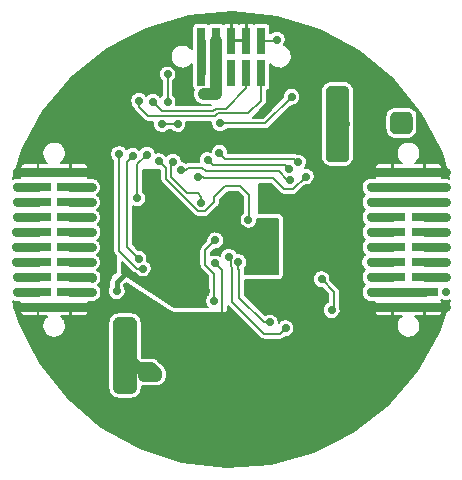
<source format=gbl>
G04 #@! TF.FileFunction,Copper,L2,Bot,Signal*
%FSLAX46Y46*%
G04 Gerber Fmt 4.6, Leading zero omitted, Abs format (unit mm)*
G04 Created by KiCad (PCBNEW 201609280951+7255~55~ubuntu14.04.1-) date Wed Jan 11 23:22:20 2017*
%MOMM*%
%LPD*%
G01*
G04 APERTURE LIST*
%ADD10C,0.100000*%
%ADD11C,0.400000*%
%ADD12R,0.740000X2.220000*%
%ADD13C,2.000000*%
%ADD14R,2.220000X0.740000*%
%ADD15C,1.900000*%
%ADD16C,0.700000*%
%ADD17C,0.800000*%
%ADD18C,1.000000*%
%ADD19C,0.450000*%
%ADD20C,0.200000*%
%ADD21C,0.280000*%
%ADD22C,0.800000*%
%ADD23C,0.600000*%
G04 APERTURE END LIST*
D10*
D11*
X96100000Y-97850000D03*
X94700000Y-97850000D03*
X93300000Y-97850000D03*
X96100000Y-99250000D03*
X94700000Y-99250000D03*
X93300000Y-99250000D03*
X96100000Y-100650000D03*
X94700000Y-100650000D03*
X93300000Y-100650000D03*
D12*
X102540000Y-83135000D03*
X102540000Y-85865000D03*
X101270000Y-83135000D03*
X101270000Y-85865000D03*
X100000000Y-83135000D03*
X100000000Y-85865000D03*
X98730000Y-83135000D03*
X98730000Y-85865000D03*
X97460000Y-83135000D03*
X97460000Y-85865000D03*
D10*
G36*
X91549009Y-106552408D02*
X91597545Y-106559607D01*
X91645142Y-106571530D01*
X91691342Y-106588060D01*
X91735698Y-106609039D01*
X91777785Y-106634265D01*
X91817197Y-106663495D01*
X91853553Y-106696447D01*
X91886505Y-106732803D01*
X91915735Y-106772215D01*
X91940961Y-106814302D01*
X91961940Y-106858658D01*
X91978470Y-106904858D01*
X91990393Y-106952455D01*
X91997592Y-107000991D01*
X92000000Y-107050000D01*
X92000000Y-112550000D01*
X91997592Y-112599009D01*
X91990393Y-112647545D01*
X91978470Y-112695142D01*
X91961940Y-112741342D01*
X91940961Y-112785698D01*
X91915735Y-112827785D01*
X91886505Y-112867197D01*
X91853553Y-112903553D01*
X91817197Y-112936505D01*
X91777785Y-112965735D01*
X91735698Y-112990961D01*
X91691342Y-113011940D01*
X91645142Y-113028470D01*
X91597545Y-113040393D01*
X91549009Y-113047592D01*
X91500000Y-113050000D01*
X90500000Y-113050000D01*
X90450991Y-113047592D01*
X90402455Y-113040393D01*
X90354858Y-113028470D01*
X90308658Y-113011940D01*
X90264302Y-112990961D01*
X90222215Y-112965735D01*
X90182803Y-112936505D01*
X90146447Y-112903553D01*
X90113495Y-112867197D01*
X90084265Y-112827785D01*
X90059039Y-112785698D01*
X90038060Y-112741342D01*
X90021530Y-112695142D01*
X90009607Y-112647545D01*
X90002408Y-112599009D01*
X90000000Y-112550000D01*
X90000000Y-107050000D01*
X90002408Y-107000991D01*
X90009607Y-106952455D01*
X90021530Y-106904858D01*
X90038060Y-106858658D01*
X90059039Y-106814302D01*
X90084265Y-106772215D01*
X90113495Y-106732803D01*
X90146447Y-106696447D01*
X90182803Y-106663495D01*
X90222215Y-106634265D01*
X90264302Y-106609039D01*
X90308658Y-106588060D01*
X90354858Y-106571530D01*
X90402455Y-106559607D01*
X90450991Y-106552408D01*
X90500000Y-106550000D01*
X91500000Y-106550000D01*
X91549009Y-106552408D01*
X91549009Y-106552408D01*
G37*
D13*
X91000000Y-109800000D03*
D10*
G36*
X109549009Y-86952408D02*
X109597545Y-86959607D01*
X109645142Y-86971530D01*
X109691342Y-86988060D01*
X109735698Y-87009039D01*
X109777785Y-87034265D01*
X109817197Y-87063495D01*
X109853553Y-87096447D01*
X109886505Y-87132803D01*
X109915735Y-87172215D01*
X109940961Y-87214302D01*
X109961940Y-87258658D01*
X109978470Y-87304858D01*
X109990393Y-87352455D01*
X109997592Y-87400991D01*
X110000000Y-87450000D01*
X110000000Y-92950000D01*
X109997592Y-92999009D01*
X109990393Y-93047545D01*
X109978470Y-93095142D01*
X109961940Y-93141342D01*
X109940961Y-93185698D01*
X109915735Y-93227785D01*
X109886505Y-93267197D01*
X109853553Y-93303553D01*
X109817197Y-93336505D01*
X109777785Y-93365735D01*
X109735698Y-93390961D01*
X109691342Y-93411940D01*
X109645142Y-93428470D01*
X109597545Y-93440393D01*
X109549009Y-93447592D01*
X109500000Y-93450000D01*
X108500000Y-93450000D01*
X108450991Y-93447592D01*
X108402455Y-93440393D01*
X108354858Y-93428470D01*
X108308658Y-93411940D01*
X108264302Y-93390961D01*
X108222215Y-93365735D01*
X108182803Y-93336505D01*
X108146447Y-93303553D01*
X108113495Y-93267197D01*
X108084265Y-93227785D01*
X108059039Y-93185698D01*
X108038060Y-93141342D01*
X108021530Y-93095142D01*
X108009607Y-93047545D01*
X108002408Y-92999009D01*
X108000000Y-92950000D01*
X108000000Y-87450000D01*
X108002408Y-87400991D01*
X108009607Y-87352455D01*
X108021530Y-87304858D01*
X108038060Y-87258658D01*
X108059039Y-87214302D01*
X108084265Y-87172215D01*
X108113495Y-87132803D01*
X108146447Y-87096447D01*
X108182803Y-87063495D01*
X108222215Y-87034265D01*
X108264302Y-87009039D01*
X108308658Y-86988060D01*
X108354858Y-86971530D01*
X108402455Y-86959607D01*
X108450991Y-86952408D01*
X108500000Y-86950000D01*
X109500000Y-86950000D01*
X109549009Y-86952408D01*
X109549009Y-86952408D01*
G37*
D13*
X109000000Y-90200000D03*
D14*
X86365000Y-105715000D03*
X83635000Y-105715000D03*
X86365000Y-104445000D03*
X83635000Y-104445000D03*
X86365000Y-103175000D03*
X83635000Y-103175000D03*
X86365000Y-101905000D03*
X83635000Y-101905000D03*
X86365000Y-100635000D03*
X83635000Y-100635000D03*
X86365000Y-99365000D03*
X83635000Y-99365000D03*
X86365000Y-98095000D03*
X83635000Y-98095000D03*
X86365000Y-96825000D03*
X83635000Y-96825000D03*
X86365000Y-95555000D03*
X83635000Y-95555000D03*
X86365000Y-94285000D03*
X83635000Y-94285000D03*
X116365000Y-105715000D03*
X113635000Y-105715000D03*
X116365000Y-104445000D03*
X113635000Y-104445000D03*
X116365000Y-103175000D03*
X113635000Y-103175000D03*
X116365000Y-101905000D03*
X113635000Y-101905000D03*
X116365000Y-100635000D03*
X113635000Y-100635000D03*
X116365000Y-99365000D03*
X113635000Y-99365000D03*
X116365000Y-98095000D03*
X113635000Y-98095000D03*
X116365000Y-96825000D03*
X113635000Y-96825000D03*
X116365000Y-95555000D03*
X113635000Y-95555000D03*
X116365000Y-94285000D03*
X113635000Y-94285000D03*
D10*
G36*
X114921558Y-89152287D02*
X114967668Y-89159127D01*
X115012885Y-89170453D01*
X115056775Y-89186157D01*
X115098913Y-89206087D01*
X115138896Y-89230052D01*
X115176337Y-89257820D01*
X115210876Y-89289124D01*
X115242180Y-89323663D01*
X115269948Y-89361104D01*
X115293913Y-89401087D01*
X115313843Y-89443225D01*
X115329547Y-89487115D01*
X115340873Y-89532332D01*
X115347713Y-89578442D01*
X115350000Y-89625000D01*
X115350000Y-90575000D01*
X115347713Y-90621558D01*
X115340873Y-90667668D01*
X115329547Y-90712885D01*
X115313843Y-90756775D01*
X115293913Y-90798913D01*
X115269948Y-90838896D01*
X115242180Y-90876337D01*
X115210876Y-90910876D01*
X115176337Y-90942180D01*
X115138896Y-90969948D01*
X115098913Y-90993913D01*
X115056775Y-91013843D01*
X115012885Y-91029547D01*
X114967668Y-91040873D01*
X114921558Y-91047713D01*
X114875000Y-91050000D01*
X113925000Y-91050000D01*
X113878442Y-91047713D01*
X113832332Y-91040873D01*
X113787115Y-91029547D01*
X113743225Y-91013843D01*
X113701087Y-90993913D01*
X113661104Y-90969948D01*
X113623663Y-90942180D01*
X113589124Y-90910876D01*
X113557820Y-90876337D01*
X113530052Y-90838896D01*
X113506087Y-90798913D01*
X113486157Y-90756775D01*
X113470453Y-90712885D01*
X113459127Y-90667668D01*
X113452287Y-90621558D01*
X113450000Y-90575000D01*
X113450000Y-89625000D01*
X113452287Y-89578442D01*
X113459127Y-89532332D01*
X113470453Y-89487115D01*
X113486157Y-89443225D01*
X113506087Y-89401087D01*
X113530052Y-89361104D01*
X113557820Y-89323663D01*
X113589124Y-89289124D01*
X113623663Y-89257820D01*
X113661104Y-89230052D01*
X113701087Y-89206087D01*
X113743225Y-89186157D01*
X113787115Y-89170453D01*
X113832332Y-89159127D01*
X113878442Y-89152287D01*
X113925000Y-89150000D01*
X114875000Y-89150000D01*
X114921558Y-89152287D01*
X114921558Y-89152287D01*
G37*
D15*
X114400000Y-90100000D03*
D16*
X100450000Y-96450000D03*
D17*
X93650000Y-111500000D03*
X92600000Y-111500000D03*
D16*
X90300000Y-104350000D03*
X91750000Y-103050000D03*
X94989998Y-104550000D03*
X103500000Y-101500000D03*
X93700000Y-94550000D03*
X97850000Y-104350000D03*
X99000000Y-92650000D03*
X105650000Y-93450000D03*
X92200000Y-88250000D03*
X93350000Y-88300000D03*
X81820000Y-95560000D03*
X88180000Y-95570000D03*
X81820000Y-96820000D03*
X88180000Y-96820000D03*
X81820000Y-98090000D03*
X81750000Y-99350000D03*
X88200000Y-99350000D03*
X81750000Y-100650000D03*
X88180000Y-100640000D03*
X81800000Y-101900000D03*
X88180000Y-101910000D03*
X81820000Y-103180000D03*
X88200000Y-103200000D03*
X81820000Y-104450000D03*
X88200000Y-104450000D03*
X88180000Y-98100000D03*
X111820000Y-95550000D03*
X118180000Y-95560000D03*
X111820000Y-96830000D03*
X118180000Y-96820000D03*
X111820000Y-98090000D03*
X118200000Y-98100000D03*
X111820000Y-99370000D03*
X118180000Y-99360000D03*
X111820000Y-100640000D03*
X118180000Y-100640000D03*
X111800000Y-101900000D03*
X118180000Y-101910000D03*
X111820000Y-103180000D03*
X118180000Y-103170000D03*
X107650000Y-103350000D03*
X108500000Y-105950000D03*
X97670000Y-87690000D03*
X98730000Y-87690000D03*
D17*
X93650000Y-109600000D03*
X92800000Y-109600000D03*
D16*
X98650000Y-102000000D03*
X111000000Y-106700000D03*
D17*
X105650000Y-112650000D03*
X107400000Y-112650000D03*
X108450000Y-112650000D03*
X109500000Y-112650000D03*
X110550000Y-112650000D03*
X93100000Y-107050000D03*
D16*
X107950000Y-100000000D03*
X111800000Y-105700000D03*
X88200000Y-105700000D03*
X81820000Y-94280000D03*
X111820000Y-94290000D03*
X118180000Y-94290000D03*
X118180000Y-105720000D03*
X81820000Y-105720000D03*
X88180000Y-94290000D03*
X103250000Y-107000000D03*
X100600000Y-101900000D03*
X106300000Y-94650000D03*
X97150000Y-94650000D03*
X104950000Y-94950000D03*
X95750000Y-94100000D03*
X92150000Y-101600000D03*
X91650000Y-92900000D03*
X92500000Y-102439998D03*
X90500000Y-92750000D03*
X104600000Y-107500000D03*
X99800000Y-101460002D03*
X98650000Y-100050000D03*
X98550000Y-105200000D03*
X101450000Y-98300000D03*
X93850000Y-93350000D03*
X94100000Y-90200000D03*
X95450000Y-90200000D03*
X97450000Y-96850000D03*
X95050000Y-93400000D03*
X118170000Y-104445000D03*
X111820000Y-104450000D03*
X98000000Y-93250000D03*
X104850000Y-94000000D03*
X105100000Y-87900000D03*
X99050000Y-90150000D03*
X94600000Y-86000000D03*
X94600000Y-88300000D03*
X92850000Y-92800000D03*
X103850000Y-83050000D03*
X92050000Y-96500000D03*
D18*
X92600000Y-111500000D02*
X93650000Y-111500000D01*
X93650000Y-111500000D02*
X93650000Y-111320710D01*
X93650000Y-111320710D02*
X93200000Y-110870710D01*
X91000000Y-109800000D02*
X92070710Y-110870710D01*
X92070710Y-110870710D02*
X93200000Y-110870710D01*
D19*
X90300000Y-104350000D02*
X90300000Y-103550000D01*
D20*
X91050000Y-102800000D02*
X91149999Y-102700001D01*
X91149999Y-102700001D02*
X91400001Y-102700001D01*
X91400001Y-102700001D02*
X91750000Y-103050000D01*
D19*
X90300000Y-103550000D02*
X91050000Y-102800000D01*
D20*
X105650000Y-93450000D02*
X105350001Y-93150001D01*
X105350001Y-93150001D02*
X99500001Y-93150001D01*
X99500001Y-93150001D02*
X99000000Y-92650000D01*
X101450000Y-89300000D02*
X102540000Y-88210000D01*
X102540000Y-88210000D02*
X102540000Y-85865000D01*
X98850000Y-89300000D02*
X101450000Y-89300000D01*
X98650000Y-89500000D02*
X98850000Y-89300000D01*
X92955026Y-89500000D02*
X98650000Y-89500000D01*
X92200000Y-88250000D02*
X92200000Y-88744974D01*
X92200000Y-88744974D02*
X92955026Y-89500000D01*
X102540000Y-86605000D02*
X102540000Y-85865000D01*
X98484311Y-89099990D02*
X94149990Y-89099990D01*
X94149990Y-89099990D02*
X93350000Y-88300000D01*
X101270000Y-85865000D02*
X101270000Y-87175000D01*
X101270000Y-87175000D02*
X99545010Y-88899990D01*
X99545010Y-88899990D02*
X98684311Y-88899990D01*
X98684311Y-88899990D02*
X98484311Y-89099990D01*
D21*
X81820000Y-95560000D02*
X81825000Y-95555000D01*
D22*
X81825000Y-95555000D02*
X83635000Y-95555000D01*
D21*
X88180000Y-95570000D02*
X88165000Y-95555000D01*
D22*
X88165000Y-95555000D02*
X86365000Y-95555000D01*
X83635000Y-96825000D02*
X81825000Y-96825000D01*
D21*
X81825000Y-96825000D02*
X81820000Y-96820000D01*
D22*
X86365000Y-96825000D02*
X88175000Y-96825000D01*
D21*
X88175000Y-96825000D02*
X88180000Y-96820000D01*
X81820000Y-98090000D02*
X81825000Y-98095000D01*
D22*
X81825000Y-98095000D02*
X83635000Y-98095000D01*
X83635000Y-99365000D02*
X81765000Y-99365000D01*
X81765000Y-99365000D02*
X81750000Y-99350000D01*
X86365000Y-99365000D02*
X88185000Y-99365000D01*
X88185000Y-99365000D02*
X88200000Y-99350000D01*
X83635000Y-100635000D02*
X81765000Y-100635000D01*
X81765000Y-100635000D02*
X81750000Y-100650000D01*
D21*
X88180000Y-100640000D02*
X88175000Y-100635000D01*
D22*
X88175000Y-100635000D02*
X86365000Y-100635000D01*
X83635000Y-101905000D02*
X81805000Y-101905000D01*
X81805000Y-101905000D02*
X81800000Y-101900000D01*
X86365000Y-101905000D02*
X88175000Y-101905000D01*
D21*
X88175000Y-101905000D02*
X88180000Y-101910000D01*
X81820000Y-103180000D02*
X81825000Y-103175000D01*
D22*
X81825000Y-103175000D02*
X83635000Y-103175000D01*
X86365000Y-103175000D02*
X88175000Y-103175000D01*
X88175000Y-103175000D02*
X88200000Y-103200000D01*
X83635000Y-104445000D02*
X81825000Y-104445000D01*
D21*
X81825000Y-104445000D02*
X81820000Y-104450000D01*
D22*
X86365000Y-104445000D02*
X88195000Y-104445000D01*
X88195000Y-104445000D02*
X88200000Y-104450000D01*
D21*
X88180000Y-98100000D02*
X88175000Y-98095000D01*
D22*
X88175000Y-98095000D02*
X86365000Y-98095000D01*
X113635000Y-95555000D02*
X116365000Y-95555000D01*
X113635000Y-95555000D02*
X111825000Y-95555000D01*
D21*
X111825000Y-95555000D02*
X111820000Y-95550000D01*
X118180000Y-95560000D02*
X118175000Y-95555000D01*
D22*
X118175000Y-95555000D02*
X116365000Y-95555000D01*
X116365000Y-96825000D02*
X113635000Y-96825000D01*
X113635000Y-96825000D02*
X111825000Y-96825000D01*
D21*
X111825000Y-96825000D02*
X111820000Y-96830000D01*
D22*
X116365000Y-96825000D02*
X118175000Y-96825000D01*
D21*
X118175000Y-96825000D02*
X118180000Y-96820000D01*
D22*
X113635000Y-98095000D02*
X111825000Y-98095000D01*
D21*
X111825000Y-98095000D02*
X111820000Y-98090000D01*
D22*
X116365000Y-98095000D02*
X118195000Y-98095000D01*
X118195000Y-98095000D02*
X118200000Y-98100000D01*
X113635000Y-99365000D02*
X111825000Y-99365000D01*
D21*
X111825000Y-99365000D02*
X111820000Y-99370000D01*
D22*
X116365000Y-99365000D02*
X118175000Y-99365000D01*
D21*
X118175000Y-99365000D02*
X118180000Y-99360000D01*
D22*
X113635000Y-100635000D02*
X111825000Y-100635000D01*
D21*
X111825000Y-100635000D02*
X111820000Y-100640000D01*
X118180000Y-100640000D02*
X118175000Y-100635000D01*
D22*
X118175000Y-100635000D02*
X116365000Y-100635000D01*
X111800000Y-101900000D02*
X113630000Y-101900000D01*
X113630000Y-101900000D02*
X113635000Y-101905000D01*
X116365000Y-101905000D02*
X118175000Y-101905000D01*
D21*
X118175000Y-101905000D02*
X118180000Y-101910000D01*
D22*
X113635000Y-103175000D02*
X111825000Y-103175000D01*
D21*
X111825000Y-103175000D02*
X111820000Y-103180000D01*
D22*
X116365000Y-103175000D02*
X118175000Y-103175000D01*
D21*
X118175000Y-103175000D02*
X118180000Y-103170000D01*
D20*
X107650000Y-103350000D02*
X108700000Y-104400000D01*
X108700000Y-104400000D02*
X108700000Y-105750000D01*
X108700000Y-105750000D02*
X108500000Y-105950000D01*
D23*
X97445000Y-83135000D02*
X97460000Y-83135000D01*
D22*
X97460000Y-83135000D02*
X97460000Y-85865000D01*
D18*
X98730000Y-85865000D02*
X98730000Y-83135000D01*
X98730000Y-87690000D02*
X97670000Y-87690000D01*
X98730000Y-85865000D02*
X98730000Y-87690000D01*
D22*
X92800000Y-109600000D02*
X93650000Y-109600000D01*
D20*
X99250000Y-102600000D02*
X99250000Y-107100000D01*
X98650000Y-102000000D02*
X99250000Y-102600000D01*
X108450000Y-112650000D02*
X107400000Y-112650000D01*
X110550000Y-112650000D02*
X109500000Y-112650000D01*
D22*
X86365000Y-94285000D02*
X83635000Y-94285000D01*
X113635000Y-105715000D02*
X111815000Y-105715000D01*
X111815000Y-105715000D02*
X111800000Y-105700000D01*
X86365000Y-105715000D02*
X88185000Y-105715000D01*
X88185000Y-105715000D02*
X88200000Y-105700000D01*
X83635000Y-105715000D02*
X86365000Y-105715000D01*
X113635000Y-105715000D02*
X116365000Y-105715000D01*
X113635000Y-94285000D02*
X116365000Y-94285000D01*
X83635000Y-94285000D02*
X81825000Y-94285000D01*
D23*
X81825000Y-94285000D02*
X81820000Y-94280000D01*
D22*
X113635000Y-94285000D02*
X111825000Y-94285000D01*
X111825000Y-94285000D02*
X111820000Y-94290000D01*
X116365000Y-94285000D02*
X118175000Y-94285000D01*
X118175000Y-94285000D02*
X118180000Y-94290000D01*
X118180000Y-105720000D02*
X118175000Y-105715000D01*
X118175000Y-105715000D02*
X116365000Y-105715000D01*
X81820000Y-105720000D02*
X81825000Y-105715000D01*
X81825000Y-105715000D02*
X83635000Y-105715000D01*
D21*
X88180000Y-94290000D02*
X88175000Y-94285000D01*
D22*
X88175000Y-94285000D02*
X86365000Y-94285000D01*
D20*
X100650000Y-102494974D02*
X100650000Y-104894974D01*
X103250000Y-107000000D02*
X102755026Y-107000000D01*
X102755026Y-107000000D02*
X100650000Y-104894974D01*
X100650000Y-102494974D02*
X100600000Y-102444974D01*
X100600000Y-102444974D02*
X100600000Y-101900000D01*
X105250000Y-95700000D02*
X106300000Y-94650000D01*
X97150000Y-94650000D02*
X97574264Y-94650000D01*
X97574264Y-94650000D02*
X97674264Y-94750000D01*
X97674264Y-94750000D02*
X103550000Y-94750000D01*
X103550000Y-94750000D02*
X104500000Y-95700000D01*
X104500000Y-95700000D02*
X105250000Y-95700000D01*
X104000000Y-94200000D02*
X104750000Y-94950000D01*
X104750000Y-94950000D02*
X104950000Y-94950000D01*
X97850000Y-94200000D02*
X104000000Y-94200000D01*
X97550000Y-93900000D02*
X97850000Y-94200000D01*
X96374264Y-93900000D02*
X97550000Y-93900000D01*
X95750000Y-94100000D02*
X96174264Y-94100000D01*
X96174264Y-94100000D02*
X96374264Y-93900000D01*
X91150000Y-100600000D02*
X91150000Y-93400000D01*
X92150000Y-101600000D02*
X91150000Y-100600000D01*
X91150000Y-93400000D02*
X91650000Y-92900000D01*
X90500000Y-92750000D02*
X90500000Y-100934972D01*
X92500000Y-102439998D02*
X92005026Y-102439998D01*
X92005026Y-102439998D02*
X90500000Y-100934972D01*
X104600000Y-107500000D02*
X104149999Y-107950001D01*
X104149999Y-107950001D02*
X102800001Y-107950001D01*
X102800001Y-107950001D02*
X100100000Y-105250000D01*
X100100000Y-105250000D02*
X100100000Y-102404976D01*
X100100000Y-102404976D02*
X99949999Y-102254975D01*
X99949999Y-102254975D02*
X99949999Y-101610001D01*
X99949999Y-101610001D02*
X99800000Y-101460002D01*
X98650000Y-100050000D02*
X97803403Y-100896597D01*
X98550000Y-105200000D02*
X98550000Y-102862002D01*
X98550000Y-102862002D02*
X97803403Y-102115405D01*
X97803403Y-102115405D02*
X97803403Y-100896597D01*
X101500000Y-96200000D02*
X101500000Y-98250000D01*
X101500000Y-98250000D02*
X101450000Y-98300000D01*
X100750000Y-95450000D02*
X101500000Y-96200000D01*
X99500000Y-95450000D02*
X100750000Y-95450000D01*
X98550000Y-96400000D02*
X99500000Y-95450000D01*
X98550000Y-96788002D02*
X98550000Y-96400000D01*
X97183573Y-97550000D02*
X97788002Y-97550000D01*
X97788002Y-97550000D02*
X98550000Y-96788002D01*
X97183573Y-97550000D02*
X94499990Y-94866417D01*
X94499990Y-93849990D02*
X94349990Y-93849990D01*
X94349990Y-93849990D02*
X93850000Y-93350000D01*
X94499990Y-93849990D02*
X94499990Y-94866417D01*
X95450000Y-90200000D02*
X94100000Y-90200000D01*
X97450000Y-96850000D02*
X97450000Y-96355026D01*
X97450000Y-96355026D02*
X97145005Y-96050031D01*
X97145005Y-96050031D02*
X96249302Y-96050031D01*
X96249302Y-96050031D02*
X94900000Y-94700729D01*
X94900000Y-94700729D02*
X94900000Y-93550000D01*
X94900000Y-93550000D02*
X95050000Y-93400000D01*
D22*
X116370000Y-104450000D02*
X116365000Y-104445000D01*
X116365000Y-104445000D02*
X113635000Y-104445000D01*
X113635000Y-104445000D02*
X111825000Y-104445000D01*
D21*
X111825000Y-104445000D02*
X111820000Y-104450000D01*
D20*
X104850000Y-94000000D02*
X104550001Y-93700001D01*
X98450001Y-93700001D02*
X98000000Y-93250000D01*
X104550001Y-93700001D02*
X98450001Y-93700001D01*
X102850000Y-90150000D02*
X105100000Y-87900000D01*
X99050000Y-90150000D02*
X102850000Y-90150000D01*
X94600000Y-88300000D02*
X94600000Y-86000000D01*
X92050000Y-96500000D02*
X92050000Y-93600000D01*
X92050000Y-93600000D02*
X92850000Y-92800000D01*
X102540000Y-83135000D02*
X103765000Y-83135000D01*
X103765000Y-83135000D02*
X103850000Y-83050000D01*
G36*
X103875777Y-81118687D02*
X107469363Y-82231088D01*
X110778443Y-84020301D01*
X113676976Y-86418176D01*
X116054557Y-89333378D01*
X117820625Y-92654868D01*
X118472537Y-94814103D01*
X118341329Y-94772482D01*
X118186170Y-94755078D01*
X118175000Y-94755000D01*
X117862945Y-94755000D01*
X117875000Y-94694397D01*
X117875000Y-94410000D01*
X117775000Y-94310000D01*
X116390000Y-94310000D01*
X116390000Y-94330000D01*
X116340000Y-94330000D01*
X116340000Y-94310000D01*
X113660000Y-94310000D01*
X113660000Y-94330000D01*
X113610000Y-94330000D01*
X113610000Y-94310000D01*
X112225000Y-94310000D01*
X112125000Y-94410000D01*
X112125000Y-94694397D01*
X112137055Y-94755000D01*
X111825000Y-94755000D01*
X111669613Y-94770236D01*
X111520144Y-94815363D01*
X111382287Y-94888663D01*
X111261293Y-94987343D01*
X111161770Y-95107646D01*
X111087509Y-95244988D01*
X111041340Y-95394138D01*
X111025019Y-95549415D01*
X111039170Y-95704905D01*
X111083253Y-95854685D01*
X111155589Y-95993051D01*
X111253422Y-96114731D01*
X111343489Y-96190306D01*
X111261293Y-96257343D01*
X111161770Y-96377646D01*
X111087509Y-96514988D01*
X111041340Y-96664138D01*
X111025019Y-96819415D01*
X111039170Y-96974905D01*
X111083253Y-97124685D01*
X111155589Y-97263051D01*
X111253422Y-97384731D01*
X111343489Y-97460306D01*
X111261293Y-97527343D01*
X111161770Y-97647646D01*
X111087509Y-97784988D01*
X111041340Y-97934138D01*
X111025019Y-98089415D01*
X111039170Y-98244905D01*
X111083253Y-98394685D01*
X111155589Y-98533051D01*
X111253422Y-98654731D01*
X111343489Y-98730306D01*
X111261293Y-98797343D01*
X111161770Y-98917646D01*
X111087509Y-99054988D01*
X111041340Y-99204138D01*
X111025019Y-99359415D01*
X111039170Y-99514905D01*
X111083253Y-99664685D01*
X111155589Y-99803051D01*
X111253422Y-99924731D01*
X111343489Y-100000306D01*
X111261293Y-100067343D01*
X111161770Y-100187646D01*
X111087509Y-100324988D01*
X111041340Y-100474138D01*
X111025019Y-100629415D01*
X111039170Y-100784905D01*
X111083253Y-100934685D01*
X111155589Y-101073051D01*
X111253422Y-101194731D01*
X111328145Y-101257431D01*
X111236293Y-101332343D01*
X111136770Y-101452646D01*
X111062509Y-101589988D01*
X111016340Y-101739138D01*
X111000019Y-101894415D01*
X111014170Y-102049905D01*
X111058253Y-102199685D01*
X111130589Y-102338051D01*
X111228422Y-102459731D01*
X111333833Y-102548181D01*
X111261293Y-102607343D01*
X111161770Y-102727646D01*
X111087509Y-102864988D01*
X111041340Y-103014138D01*
X111025019Y-103169415D01*
X111039170Y-103324905D01*
X111083253Y-103474685D01*
X111155589Y-103613051D01*
X111253422Y-103734731D01*
X111343489Y-103810306D01*
X111261293Y-103877343D01*
X111161770Y-103997646D01*
X111087509Y-104134988D01*
X111041340Y-104284138D01*
X111025019Y-104439415D01*
X111039170Y-104594905D01*
X111083253Y-104744685D01*
X111155589Y-104883051D01*
X111253422Y-105004731D01*
X111373026Y-105105091D01*
X111509846Y-105180308D01*
X111658671Y-105227518D01*
X111813830Y-105244922D01*
X111825000Y-105245000D01*
X112137055Y-105245000D01*
X112125000Y-105305603D01*
X112125000Y-105590000D01*
X112225000Y-105690000D01*
X113610000Y-105690000D01*
X113610000Y-105670000D01*
X113660000Y-105670000D01*
X113660000Y-105690000D01*
X116340000Y-105690000D01*
X116340000Y-105670000D01*
X116390000Y-105670000D01*
X116390000Y-105690000D01*
X117775000Y-105690000D01*
X117875000Y-105590000D01*
X117875000Y-105305603D01*
X117859628Y-105228324D01*
X117829475Y-105155529D01*
X117787301Y-105092410D01*
X117802335Y-105102859D01*
X117937116Y-105161744D01*
X118080767Y-105193328D01*
X118227818Y-105196408D01*
X118372666Y-105170867D01*
X118509794Y-105117679D01*
X118515296Y-105114188D01*
X117608589Y-107839849D01*
X115750468Y-111110733D01*
X113292417Y-113958413D01*
X110328061Y-116274421D01*
X106970314Y-117970541D01*
X103347069Y-118982169D01*
X99596335Y-119270773D01*
X95860977Y-118825358D01*
X92283272Y-117662892D01*
X88999496Y-115827651D01*
X86134725Y-113389540D01*
X83798079Y-110441426D01*
X82078558Y-107095601D01*
X81718521Y-105840000D01*
X82125000Y-105840000D01*
X82125000Y-106124397D01*
X82140372Y-106201676D01*
X82170525Y-106274471D01*
X82214300Y-106339986D01*
X82270015Y-106395701D01*
X82335529Y-106439476D01*
X82408325Y-106469628D01*
X82485604Y-106485000D01*
X83510000Y-106485000D01*
X83610000Y-106385000D01*
X83610000Y-105740000D01*
X83660000Y-105740000D01*
X83660000Y-106385000D01*
X83760000Y-106485000D01*
X84426739Y-106485000D01*
X84370364Y-106521891D01*
X84230249Y-106659102D01*
X84119453Y-106820915D01*
X84042197Y-107001167D01*
X84001423Y-107192992D01*
X83998685Y-107389083D01*
X84034087Y-107581971D01*
X84106280Y-107764310D01*
X84212514Y-107929154D01*
X84348744Y-108070223D01*
X84509780Y-108182146D01*
X84689488Y-108260659D01*
X84881023Y-108302770D01*
X85077090Y-108306877D01*
X85270221Y-108272823D01*
X85453059Y-108201905D01*
X85618641Y-108096824D01*
X85760658Y-107961583D01*
X85873702Y-107801332D01*
X85953468Y-107622176D01*
X85996916Y-107430940D01*
X86000043Y-107206945D01*
X85968968Y-107050000D01*
X89598065Y-107050000D01*
X89598065Y-112550000D01*
X89615395Y-112725959D01*
X89666721Y-112895156D01*
X89750068Y-113051088D01*
X89862236Y-113187764D01*
X89998912Y-113299932D01*
X90154844Y-113383279D01*
X90324041Y-113434605D01*
X90500000Y-113451935D01*
X91500000Y-113451935D01*
X91675959Y-113434605D01*
X91845156Y-113383279D01*
X92001088Y-113299932D01*
X92137764Y-113187764D01*
X92249932Y-113051088D01*
X92333279Y-112895156D01*
X92384605Y-112725959D01*
X92401935Y-112550000D01*
X92401935Y-112376861D01*
X92412879Y-112380333D01*
X92587434Y-112399912D01*
X92600000Y-112400000D01*
X93650000Y-112400000D01*
X93734289Y-112391736D01*
X93818643Y-112384059D01*
X93821671Y-112383168D01*
X93824811Y-112382860D01*
X93905890Y-112358380D01*
X93987146Y-112334465D01*
X93989943Y-112333003D01*
X93992963Y-112332091D01*
X94067708Y-112292349D01*
X94142807Y-112253088D01*
X94145268Y-112251109D01*
X94148052Y-112249629D01*
X94213701Y-112196088D01*
X94279697Y-112143025D01*
X94281723Y-112140611D01*
X94284171Y-112138614D01*
X94338221Y-112073279D01*
X94392602Y-112008470D01*
X94394120Y-112005708D01*
X94396134Y-112003274D01*
X94436433Y-111928742D01*
X94477222Y-111854548D01*
X94478176Y-111851539D01*
X94479677Y-111848764D01*
X94504719Y-111767867D01*
X94530333Y-111687121D01*
X94530685Y-111683985D01*
X94531618Y-111680970D01*
X94540473Y-111596717D01*
X94549912Y-111512566D01*
X94549954Y-111506507D01*
X94549978Y-111506283D01*
X94549958Y-111506059D01*
X94550000Y-111500000D01*
X94550000Y-111320710D01*
X94541879Y-111237887D01*
X94534641Y-111155154D01*
X94533322Y-111150615D01*
X94532860Y-111145899D01*
X94508832Y-111066315D01*
X94485638Y-110986479D01*
X94483457Y-110982272D01*
X94482091Y-110977747D01*
X94443103Y-110904421D01*
X94404804Y-110830535D01*
X94401849Y-110826834D01*
X94399629Y-110822658D01*
X94347068Y-110758212D01*
X94295219Y-110693262D01*
X94288729Y-110686680D01*
X94288614Y-110686539D01*
X94288483Y-110686431D01*
X94286396Y-110684314D01*
X93836396Y-110234314D01*
X93772141Y-110181534D01*
X93708470Y-110128108D01*
X93704324Y-110125829D01*
X93700666Y-110122824D01*
X93627407Y-110083543D01*
X93554548Y-110043488D01*
X93550035Y-110042056D01*
X93545866Y-110039821D01*
X93466393Y-110015524D01*
X93387121Y-109990377D01*
X93382417Y-109989849D01*
X93377892Y-109988466D01*
X93295156Y-109980062D01*
X93212566Y-109970798D01*
X93203322Y-109970733D01*
X93203142Y-109970715D01*
X93202975Y-109970731D01*
X93200000Y-109970710D01*
X92443502Y-109970710D01*
X92401935Y-109929143D01*
X92401935Y-107050000D01*
X92384605Y-106874041D01*
X92333279Y-106704844D01*
X92249932Y-106548912D01*
X92137764Y-106412236D01*
X92001088Y-106300068D01*
X91845156Y-106216721D01*
X91675959Y-106165395D01*
X91500000Y-106148065D01*
X90500000Y-106148065D01*
X90324041Y-106165395D01*
X90154844Y-106216721D01*
X89998912Y-106300068D01*
X89862236Y-106412236D01*
X89750068Y-106548912D01*
X89666721Y-106704844D01*
X89615395Y-106874041D01*
X89598065Y-107050000D01*
X85968968Y-107050000D01*
X85961952Y-107014570D01*
X85887220Y-106833257D01*
X85778694Y-106669912D01*
X85640508Y-106530758D01*
X85572669Y-106485000D01*
X86240000Y-106485000D01*
X86340000Y-106385000D01*
X86340000Y-105740000D01*
X86390000Y-105740000D01*
X86390000Y-106385000D01*
X86490000Y-106485000D01*
X87514396Y-106485000D01*
X87591675Y-106469628D01*
X87664471Y-106439476D01*
X87729985Y-106395701D01*
X87785700Y-106339986D01*
X87829475Y-106274471D01*
X87859628Y-106201676D01*
X87875000Y-106124397D01*
X87875000Y-105840000D01*
X87775000Y-105740000D01*
X86390000Y-105740000D01*
X86340000Y-105740000D01*
X83660000Y-105740000D01*
X83610000Y-105740000D01*
X82225000Y-105740000D01*
X82125000Y-105840000D01*
X81718521Y-105840000D01*
X81531309Y-105187116D01*
X81658671Y-105227518D01*
X81813830Y-105244922D01*
X81825000Y-105245000D01*
X82137055Y-105245000D01*
X82125000Y-105305603D01*
X82125000Y-105590000D01*
X82225000Y-105690000D01*
X83610000Y-105690000D01*
X83610000Y-105670000D01*
X83660000Y-105670000D01*
X83660000Y-105690000D01*
X86340000Y-105690000D01*
X86340000Y-105670000D01*
X86390000Y-105670000D01*
X86390000Y-105690000D01*
X87775000Y-105690000D01*
X87875000Y-105590000D01*
X87875000Y-105305603D01*
X87862945Y-105245000D01*
X88148032Y-105245000D01*
X88197207Y-105249995D01*
X88352647Y-105235301D01*
X88502273Y-105190696D01*
X88640385Y-105117878D01*
X88761723Y-105019621D01*
X88861665Y-104899667D01*
X88936404Y-104762585D01*
X88983094Y-104613596D01*
X88999956Y-104458377D01*
X88995992Y-104413062D01*
X89549014Y-104413062D01*
X89575565Y-104557728D01*
X89629710Y-104694482D01*
X89709386Y-104818115D01*
X89811558Y-104923917D01*
X89932335Y-105007859D01*
X90067116Y-105066744D01*
X90210767Y-105098328D01*
X90357818Y-105101408D01*
X90502666Y-105075867D01*
X90639794Y-105022679D01*
X90763980Y-104943868D01*
X90870493Y-104842437D01*
X90955277Y-104722249D01*
X91015100Y-104587882D01*
X91047686Y-104444455D01*
X91050032Y-104276459D01*
X91021464Y-104132177D01*
X90965415Y-103996193D01*
X90925000Y-103935363D01*
X90925000Y-103808884D01*
X91106399Y-103627485D01*
X94930700Y-106134526D01*
X95150000Y-106200000D01*
X99350000Y-106200000D01*
X99503073Y-106169552D01*
X99632843Y-106082843D01*
X99719552Y-105953073D01*
X99750000Y-105800000D01*
X99750000Y-105607106D01*
X102446448Y-108303554D01*
X102482093Y-108332833D01*
X102517517Y-108362558D01*
X102519824Y-108363826D01*
X102521853Y-108365493D01*
X102562522Y-108387300D01*
X102603030Y-108409569D01*
X102605537Y-108410364D01*
X102607853Y-108411606D01*
X102652016Y-108425108D01*
X102696045Y-108439075D01*
X102698656Y-108439368D01*
X102701172Y-108440137D01*
X102747148Y-108444807D01*
X102793020Y-108449952D01*
X102798158Y-108449988D01*
X102798256Y-108449998D01*
X102798347Y-108449989D01*
X102800001Y-108450001D01*
X104149999Y-108450001D01*
X104195943Y-108445496D01*
X104241975Y-108441469D01*
X104244500Y-108440736D01*
X104247116Y-108440479D01*
X104291322Y-108427132D01*
X104335683Y-108414244D01*
X104338018Y-108413034D01*
X104340534Y-108412274D01*
X104381284Y-108390607D01*
X104422319Y-108369337D01*
X104424375Y-108367695D01*
X104426695Y-108366462D01*
X104462484Y-108337273D01*
X104498581Y-108308456D01*
X104502239Y-108304849D01*
X104502316Y-108304786D01*
X104502375Y-108304715D01*
X104503552Y-108303554D01*
X104557793Y-108249313D01*
X104657818Y-108251408D01*
X104802666Y-108225867D01*
X104939794Y-108172679D01*
X105063980Y-108093868D01*
X105170493Y-107992437D01*
X105255277Y-107872249D01*
X105315100Y-107737882D01*
X105347686Y-107594455D01*
X105350032Y-107426459D01*
X105321464Y-107282177D01*
X105265415Y-107146193D01*
X105184021Y-107023684D01*
X105080381Y-106919319D01*
X104958444Y-106837071D01*
X104822854Y-106780075D01*
X104678776Y-106750499D01*
X104531697Y-106749473D01*
X104387219Y-106777033D01*
X104250847Y-106832131D01*
X104127773Y-106912668D01*
X104022687Y-107015577D01*
X103998290Y-107051208D01*
X104000032Y-106926459D01*
X103971464Y-106782177D01*
X103915415Y-106646193D01*
X103834021Y-106523684D01*
X103730381Y-106419319D01*
X103608444Y-106337071D01*
X103472854Y-106280075D01*
X103328776Y-106250499D01*
X103181697Y-106249473D01*
X103037219Y-106277033D01*
X102900847Y-106332131D01*
X102836422Y-106374289D01*
X101150000Y-104687868D01*
X101150000Y-103413062D01*
X106899014Y-103413062D01*
X106925565Y-103557728D01*
X106979710Y-103694482D01*
X107059386Y-103818115D01*
X107161558Y-103923917D01*
X107282335Y-104007859D01*
X107417116Y-104066744D01*
X107560767Y-104098328D01*
X107694012Y-104101119D01*
X108200000Y-104607107D01*
X108200000Y-105262272D01*
X108150847Y-105282131D01*
X108027773Y-105362668D01*
X107922687Y-105465577D01*
X107839590Y-105586936D01*
X107781648Y-105722125D01*
X107751068Y-105865994D01*
X107749014Y-106013062D01*
X107775565Y-106157728D01*
X107829710Y-106294482D01*
X107909386Y-106418115D01*
X108011558Y-106523917D01*
X108132335Y-106607859D01*
X108267116Y-106666744D01*
X108410767Y-106698328D01*
X108557818Y-106701408D01*
X108702666Y-106675867D01*
X108839794Y-106622679D01*
X108963980Y-106543868D01*
X109070493Y-106442437D01*
X109155277Y-106322249D01*
X109215100Y-106187882D01*
X109247686Y-106044455D01*
X109250032Y-105876459D01*
X109242814Y-105840000D01*
X112125000Y-105840000D01*
X112125000Y-106124397D01*
X112140372Y-106201676D01*
X112170525Y-106274471D01*
X112214300Y-106339986D01*
X112270015Y-106395701D01*
X112335529Y-106439476D01*
X112408325Y-106469628D01*
X112485604Y-106485000D01*
X113510000Y-106485000D01*
X113610000Y-106385000D01*
X113610000Y-105740000D01*
X113660000Y-105740000D01*
X113660000Y-106385000D01*
X113760000Y-106485000D01*
X114426739Y-106485000D01*
X114370364Y-106521891D01*
X114230249Y-106659102D01*
X114119453Y-106820915D01*
X114042197Y-107001167D01*
X114001423Y-107192992D01*
X113998685Y-107389083D01*
X114034087Y-107581971D01*
X114106280Y-107764310D01*
X114212514Y-107929154D01*
X114348744Y-108070223D01*
X114509780Y-108182146D01*
X114689488Y-108260659D01*
X114881023Y-108302770D01*
X115077090Y-108306877D01*
X115270221Y-108272823D01*
X115453059Y-108201905D01*
X115618641Y-108096824D01*
X115760658Y-107961583D01*
X115873702Y-107801332D01*
X115953468Y-107622176D01*
X115996916Y-107430940D01*
X116000043Y-107206945D01*
X115961952Y-107014570D01*
X115887220Y-106833257D01*
X115778694Y-106669912D01*
X115640508Y-106530758D01*
X115572669Y-106485000D01*
X116240000Y-106485000D01*
X116340000Y-106385000D01*
X116340000Y-105740000D01*
X116390000Y-105740000D01*
X116390000Y-106385000D01*
X116490000Y-106485000D01*
X117514396Y-106485000D01*
X117591675Y-106469628D01*
X117664471Y-106439476D01*
X117729985Y-106395701D01*
X117785700Y-106339986D01*
X117829475Y-106274471D01*
X117859628Y-106201676D01*
X117875000Y-106124397D01*
X117875000Y-105840000D01*
X117775000Y-105740000D01*
X116390000Y-105740000D01*
X116340000Y-105740000D01*
X113660000Y-105740000D01*
X113610000Y-105740000D01*
X112225000Y-105740000D01*
X112125000Y-105840000D01*
X109242814Y-105840000D01*
X109221464Y-105732177D01*
X109200000Y-105680102D01*
X109200000Y-104400000D01*
X109195491Y-104354011D01*
X109191468Y-104308024D01*
X109190735Y-104305499D01*
X109190478Y-104302883D01*
X109177131Y-104258677D01*
X109164243Y-104214316D01*
X109163033Y-104211981D01*
X109162273Y-104209465D01*
X109140585Y-104168675D01*
X109119335Y-104127680D01*
X109117696Y-104125627D01*
X109116461Y-104123304D01*
X109087270Y-104087512D01*
X109058455Y-104051417D01*
X109054843Y-104047754D01*
X109054785Y-104047683D01*
X109054719Y-104047628D01*
X109053553Y-104046446D01*
X108398428Y-103391322D01*
X108400032Y-103276459D01*
X108371464Y-103132177D01*
X108315415Y-102996193D01*
X108234021Y-102873684D01*
X108130381Y-102769319D01*
X108008444Y-102687071D01*
X107872854Y-102630075D01*
X107728776Y-102600499D01*
X107581697Y-102599473D01*
X107437219Y-102627033D01*
X107300847Y-102682131D01*
X107177773Y-102762668D01*
X107072687Y-102865577D01*
X106989590Y-102986936D01*
X106931648Y-103122125D01*
X106901068Y-103265994D01*
X106899014Y-103413062D01*
X101150000Y-103413062D01*
X101150000Y-103400000D01*
X104050000Y-103400000D01*
X104203073Y-103369552D01*
X104332843Y-103282843D01*
X104419552Y-103153073D01*
X104450000Y-103000000D01*
X104450000Y-98150000D01*
X104419552Y-97996927D01*
X104332843Y-97867157D01*
X104203073Y-97780448D01*
X104050000Y-97750000D01*
X102350000Y-97750000D01*
X102350000Y-95250000D01*
X103342894Y-95250000D01*
X104146447Y-96053553D01*
X104182092Y-96082832D01*
X104217516Y-96112557D01*
X104219823Y-96113825D01*
X104221852Y-96115492D01*
X104262521Y-96137299D01*
X104303029Y-96159568D01*
X104305536Y-96160363D01*
X104307852Y-96161605D01*
X104352015Y-96175107D01*
X104396044Y-96189074D01*
X104398655Y-96189367D01*
X104401171Y-96190136D01*
X104447147Y-96194806D01*
X104493019Y-96199951D01*
X104498157Y-96199987D01*
X104498255Y-96199997D01*
X104498346Y-96199988D01*
X104500000Y-96200000D01*
X105250000Y-96200000D01*
X105295944Y-96195495D01*
X105341976Y-96191468D01*
X105344501Y-96190735D01*
X105347117Y-96190478D01*
X105391323Y-96177131D01*
X105435684Y-96164243D01*
X105438019Y-96163033D01*
X105440535Y-96162273D01*
X105481285Y-96140606D01*
X105522320Y-96119336D01*
X105524376Y-96117694D01*
X105526696Y-96116461D01*
X105562485Y-96087272D01*
X105598582Y-96058455D01*
X105602240Y-96054848D01*
X105602317Y-96054785D01*
X105602376Y-96054714D01*
X105603553Y-96053553D01*
X106257794Y-95399313D01*
X106357818Y-95401408D01*
X106502666Y-95375867D01*
X106639794Y-95322679D01*
X106763980Y-95243868D01*
X106870493Y-95142437D01*
X106955277Y-95022249D01*
X107015100Y-94887882D01*
X107047686Y-94744455D01*
X107050032Y-94576459D01*
X107021464Y-94432177D01*
X106965415Y-94296193D01*
X106884021Y-94173684D01*
X106780381Y-94069319D01*
X106658444Y-93987071D01*
X106522854Y-93930075D01*
X106378776Y-93900499D01*
X106250707Y-93899606D01*
X106267639Y-93875603D01*
X112125000Y-93875603D01*
X112125000Y-94160000D01*
X112225000Y-94260000D01*
X113610000Y-94260000D01*
X113610000Y-93615000D01*
X113660000Y-93615000D01*
X113660000Y-94260000D01*
X116340000Y-94260000D01*
X116340000Y-93615000D01*
X116390000Y-93615000D01*
X116390000Y-94260000D01*
X117775000Y-94260000D01*
X117875000Y-94160000D01*
X117875000Y-93875603D01*
X117859628Y-93798324D01*
X117829475Y-93725529D01*
X117785700Y-93660014D01*
X117729985Y-93604299D01*
X117664471Y-93560524D01*
X117591675Y-93530372D01*
X117514396Y-93515000D01*
X116490000Y-93515000D01*
X116390000Y-93615000D01*
X116340000Y-93615000D01*
X116240000Y-93515000D01*
X115574243Y-93515000D01*
X115618641Y-93486824D01*
X115760658Y-93351583D01*
X115873702Y-93191332D01*
X115953468Y-93012176D01*
X115996916Y-92820940D01*
X116000043Y-92596945D01*
X115961952Y-92404570D01*
X115887220Y-92223257D01*
X115778694Y-92059912D01*
X115640508Y-91920758D01*
X115477926Y-91811095D01*
X115297139Y-91735099D01*
X115105034Y-91695666D01*
X114908929Y-91694297D01*
X114716292Y-91731044D01*
X114534462Y-91804508D01*
X114370364Y-91911891D01*
X114230249Y-92049102D01*
X114119453Y-92210915D01*
X114042197Y-92391167D01*
X114001423Y-92582992D01*
X113998685Y-92779083D01*
X114034087Y-92971971D01*
X114106280Y-93154310D01*
X114212514Y-93319154D01*
X114348744Y-93460223D01*
X114427558Y-93515000D01*
X113760000Y-93515000D01*
X113660000Y-93615000D01*
X113610000Y-93615000D01*
X113510000Y-93515000D01*
X112485604Y-93515000D01*
X112408325Y-93530372D01*
X112335529Y-93560524D01*
X112270015Y-93604299D01*
X112214300Y-93660014D01*
X112170525Y-93725529D01*
X112140372Y-93798324D01*
X112125000Y-93875603D01*
X106267639Y-93875603D01*
X106305277Y-93822249D01*
X106365100Y-93687882D01*
X106397686Y-93544455D01*
X106400032Y-93376459D01*
X106371464Y-93232177D01*
X106315415Y-93096193D01*
X106234021Y-92973684D01*
X106130381Y-92869319D01*
X106008444Y-92787071D01*
X105872854Y-92730075D01*
X105728776Y-92700499D01*
X105581697Y-92699473D01*
X105568125Y-92702062D01*
X105546972Y-92690433D01*
X105544465Y-92689638D01*
X105542149Y-92688396D01*
X105497986Y-92674894D01*
X105453957Y-92660927D01*
X105451346Y-92660634D01*
X105448830Y-92659865D01*
X105402854Y-92655195D01*
X105356982Y-92650050D01*
X105351844Y-92650014D01*
X105351746Y-92650004D01*
X105351655Y-92650013D01*
X105350001Y-92650001D01*
X99749005Y-92650001D01*
X99750032Y-92576459D01*
X99721464Y-92432177D01*
X99665415Y-92296193D01*
X99584021Y-92173684D01*
X99480381Y-92069319D01*
X99358444Y-91987071D01*
X99222854Y-91930075D01*
X99078776Y-91900499D01*
X98931697Y-91899473D01*
X98787219Y-91927033D01*
X98650847Y-91982131D01*
X98527773Y-92062668D01*
X98422687Y-92165577D01*
X98339590Y-92286936D01*
X98281648Y-92422125D01*
X98255762Y-92543908D01*
X98222854Y-92530075D01*
X98078776Y-92500499D01*
X97931697Y-92499473D01*
X97787219Y-92527033D01*
X97650847Y-92582131D01*
X97527773Y-92662668D01*
X97422687Y-92765577D01*
X97339590Y-92886936D01*
X97281648Y-93022125D01*
X97251068Y-93165994D01*
X97249014Y-93313062D01*
X97264970Y-93400000D01*
X96374264Y-93400000D01*
X96328312Y-93404505D01*
X96282289Y-93408532D01*
X96279765Y-93409265D01*
X96277147Y-93409522D01*
X96232929Y-93422873D01*
X96188580Y-93435757D01*
X96186245Y-93436967D01*
X96183729Y-93437727D01*
X96142958Y-93459405D01*
X96142165Y-93459816D01*
X96108444Y-93437071D01*
X95972854Y-93380075D01*
X95828776Y-93350499D01*
X95799699Y-93350296D01*
X95800032Y-93326459D01*
X95771464Y-93182177D01*
X95715415Y-93046193D01*
X95634021Y-92923684D01*
X95530381Y-92819319D01*
X95408444Y-92737071D01*
X95272854Y-92680075D01*
X95128776Y-92650499D01*
X94981697Y-92649473D01*
X94837219Y-92677033D01*
X94700847Y-92732131D01*
X94577773Y-92812668D01*
X94472687Y-92915577D01*
X94467189Y-92923606D01*
X94434021Y-92873684D01*
X94330381Y-92769319D01*
X94208444Y-92687071D01*
X94072854Y-92630075D01*
X93928776Y-92600499D01*
X93781697Y-92599473D01*
X93637219Y-92627033D01*
X93584558Y-92648309D01*
X93571464Y-92582177D01*
X93515415Y-92446193D01*
X93434021Y-92323684D01*
X93330381Y-92219319D01*
X93208444Y-92137071D01*
X93072854Y-92080075D01*
X92928776Y-92050499D01*
X92781697Y-92049473D01*
X92637219Y-92077033D01*
X92500847Y-92132131D01*
X92377773Y-92212668D01*
X92272687Y-92315577D01*
X92213094Y-92402610D01*
X92130381Y-92319319D01*
X92008444Y-92237071D01*
X91872854Y-92180075D01*
X91728776Y-92150499D01*
X91581697Y-92149473D01*
X91437219Y-92177033D01*
X91300847Y-92232131D01*
X91177773Y-92312668D01*
X91136667Y-92352923D01*
X91084021Y-92273684D01*
X90980381Y-92169319D01*
X90858444Y-92087071D01*
X90722854Y-92030075D01*
X90578776Y-92000499D01*
X90431697Y-91999473D01*
X90287219Y-92027033D01*
X90150847Y-92082131D01*
X90027773Y-92162668D01*
X89922687Y-92265577D01*
X89839590Y-92386936D01*
X89781648Y-92522125D01*
X89751068Y-92665994D01*
X89749014Y-92813062D01*
X89775565Y-92957728D01*
X89829710Y-93094482D01*
X89909386Y-93218115D01*
X90000000Y-93311948D01*
X90000000Y-100934972D01*
X90004505Y-100980916D01*
X90008532Y-101026948D01*
X90009265Y-101029473D01*
X90009522Y-101032089D01*
X90022869Y-101076295D01*
X90035757Y-101120656D01*
X90036967Y-101122991D01*
X90037727Y-101125507D01*
X90059394Y-101166257D01*
X90080664Y-101207292D01*
X90082306Y-101209348D01*
X90083539Y-101211668D01*
X90112728Y-101247457D01*
X90141545Y-101283554D01*
X90145152Y-101287212D01*
X90145215Y-101287289D01*
X90145286Y-101287348D01*
X90146447Y-101288525D01*
X90241710Y-101383788D01*
X90249241Y-102716875D01*
X89858058Y-103108058D01*
X89821399Y-103152688D01*
X89784304Y-103196896D01*
X89782721Y-103199775D01*
X89780635Y-103202315D01*
X89753379Y-103253147D01*
X89725540Y-103303786D01*
X89724544Y-103306924D01*
X89722994Y-103309816D01*
X89706119Y-103365010D01*
X89688658Y-103420055D01*
X89688292Y-103423317D01*
X89687330Y-103426464D01*
X89681492Y-103483937D01*
X89675061Y-103541274D01*
X89675016Y-103547699D01*
X89675004Y-103547818D01*
X89675014Y-103547929D01*
X89675000Y-103550000D01*
X89675000Y-103935221D01*
X89639590Y-103986936D01*
X89581648Y-104122125D01*
X89551068Y-104265994D01*
X89549014Y-104413062D01*
X88995992Y-104413062D01*
X88986349Y-104302839D01*
X88942789Y-104152906D01*
X88870936Y-104014289D01*
X88773529Y-103892268D01*
X88765685Y-103884315D01*
X88760685Y-103879315D01*
X88703631Y-103832450D01*
X88694056Y-103824416D01*
X88761723Y-103769621D01*
X88861664Y-103649667D01*
X88936403Y-103512585D01*
X88983094Y-103363596D01*
X88999956Y-103208377D01*
X88986348Y-103052839D01*
X88942789Y-102902906D01*
X88870936Y-102764288D01*
X88773528Y-102642268D01*
X88765685Y-102634314D01*
X88740685Y-102609315D01*
X88683631Y-102562450D01*
X88656511Y-102539694D01*
X88738707Y-102472657D01*
X88838230Y-102352354D01*
X88912491Y-102215012D01*
X88958660Y-102065862D01*
X88974981Y-101910585D01*
X88960830Y-101755095D01*
X88916747Y-101605315D01*
X88844411Y-101466949D01*
X88746578Y-101345269D01*
X88656511Y-101269694D01*
X88738707Y-101202657D01*
X88838230Y-101082354D01*
X88912491Y-100945012D01*
X88958660Y-100795862D01*
X88974981Y-100640585D01*
X88960830Y-100485095D01*
X88916747Y-100335315D01*
X88844411Y-100196949D01*
X88746578Y-100075269D01*
X88661440Y-100003830D01*
X88684981Y-99984631D01*
X88742732Y-99938529D01*
X88748583Y-99932758D01*
X88748707Y-99932657D01*
X88748802Y-99932542D01*
X88750685Y-99930685D01*
X88765685Y-99915686D01*
X88864787Y-99795037D01*
X88938568Y-99657437D01*
X88984217Y-99508126D01*
X88999995Y-99352793D01*
X88985301Y-99197353D01*
X88940696Y-99047727D01*
X88867878Y-98909615D01*
X88769621Y-98788277D01*
X88678137Y-98712056D01*
X88738707Y-98662657D01*
X88838230Y-98542354D01*
X88912491Y-98405012D01*
X88958660Y-98255862D01*
X88974981Y-98100585D01*
X88960830Y-97945095D01*
X88916747Y-97795315D01*
X88844411Y-97656949D01*
X88746578Y-97535269D01*
X88656511Y-97459694D01*
X88738707Y-97392657D01*
X88838230Y-97272354D01*
X88912491Y-97135012D01*
X88958660Y-96985862D01*
X88974981Y-96830585D01*
X88960830Y-96675095D01*
X88916747Y-96525315D01*
X88844411Y-96386949D01*
X88746578Y-96265269D01*
X88651582Y-96185558D01*
X88728707Y-96122657D01*
X88828230Y-96002354D01*
X88902491Y-95865012D01*
X88948660Y-95715862D01*
X88964981Y-95560585D01*
X88950830Y-95405095D01*
X88906747Y-95255315D01*
X88834411Y-95116949D01*
X88736578Y-94995269D01*
X88616974Y-94894909D01*
X88480154Y-94819692D01*
X88331329Y-94772482D01*
X88176170Y-94755078D01*
X88165000Y-94755000D01*
X87862945Y-94755000D01*
X87875000Y-94694397D01*
X87875000Y-94410000D01*
X87775000Y-94310000D01*
X86390000Y-94310000D01*
X86390000Y-94330000D01*
X86340000Y-94330000D01*
X86340000Y-94310000D01*
X83660000Y-94310000D01*
X83660000Y-94330000D01*
X83610000Y-94330000D01*
X83610000Y-94310000D01*
X82225000Y-94310000D01*
X82125000Y-94410000D01*
X82125000Y-94694397D01*
X82137055Y-94755000D01*
X81825000Y-94755000D01*
X81669613Y-94770236D01*
X81520144Y-94815363D01*
X81519508Y-94815701D01*
X81817724Y-93875603D01*
X82125000Y-93875603D01*
X82125000Y-94160000D01*
X82225000Y-94260000D01*
X83610000Y-94260000D01*
X83610000Y-93615000D01*
X83660000Y-93615000D01*
X83660000Y-94260000D01*
X86340000Y-94260000D01*
X86340000Y-93615000D01*
X86390000Y-93615000D01*
X86390000Y-94260000D01*
X87775000Y-94260000D01*
X87875000Y-94160000D01*
X87875000Y-93875603D01*
X87859628Y-93798324D01*
X87829475Y-93725529D01*
X87785700Y-93660014D01*
X87729985Y-93604299D01*
X87664471Y-93560524D01*
X87591675Y-93530372D01*
X87514396Y-93515000D01*
X86490000Y-93515000D01*
X86390000Y-93615000D01*
X86340000Y-93615000D01*
X86240000Y-93515000D01*
X85574243Y-93515000D01*
X85618641Y-93486824D01*
X85760658Y-93351583D01*
X85873702Y-93191332D01*
X85953468Y-93012176D01*
X85996916Y-92820940D01*
X86000043Y-92596945D01*
X85961952Y-92404570D01*
X85887220Y-92223257D01*
X85778694Y-92059912D01*
X85640508Y-91920758D01*
X85477926Y-91811095D01*
X85297139Y-91735099D01*
X85105034Y-91695666D01*
X84908929Y-91694297D01*
X84716292Y-91731044D01*
X84534462Y-91804508D01*
X84370364Y-91911891D01*
X84230249Y-92049102D01*
X84119453Y-92210915D01*
X84042197Y-92391167D01*
X84001423Y-92582992D01*
X83998685Y-92779083D01*
X84034087Y-92971971D01*
X84106280Y-93154310D01*
X84212514Y-93319154D01*
X84348744Y-93460223D01*
X84427558Y-93515000D01*
X83760000Y-93515000D01*
X83660000Y-93615000D01*
X83610000Y-93615000D01*
X83510000Y-93515000D01*
X82485604Y-93515000D01*
X82408325Y-93530372D01*
X82335529Y-93560524D01*
X82270015Y-93604299D01*
X82214300Y-93660014D01*
X82170525Y-93725529D01*
X82140372Y-93798324D01*
X82125000Y-93875603D01*
X81817724Y-93875603D01*
X82283666Y-92406770D01*
X84095937Y-89110261D01*
X84764866Y-88313062D01*
X91449014Y-88313062D01*
X91475565Y-88457728D01*
X91529710Y-88594482D01*
X91609386Y-88718115D01*
X91706977Y-88819173D01*
X91708532Y-88836950D01*
X91709265Y-88839475D01*
X91709522Y-88842091D01*
X91722869Y-88886297D01*
X91735757Y-88930658D01*
X91736967Y-88932993D01*
X91737727Y-88935509D01*
X91759394Y-88976259D01*
X91780664Y-89017294D01*
X91782306Y-89019350D01*
X91783539Y-89021670D01*
X91812728Y-89057459D01*
X91841545Y-89093556D01*
X91845152Y-89097214D01*
X91845215Y-89097291D01*
X91845286Y-89097350D01*
X91846447Y-89098527D01*
X92601473Y-89853553D01*
X92637118Y-89882832D01*
X92672542Y-89912557D01*
X92674849Y-89913825D01*
X92676878Y-89915492D01*
X92717547Y-89937299D01*
X92758055Y-89959568D01*
X92760562Y-89960363D01*
X92762878Y-89961605D01*
X92807041Y-89975107D01*
X92851070Y-89989074D01*
X92853681Y-89989367D01*
X92856197Y-89990136D01*
X92902173Y-89994806D01*
X92948045Y-89999951D01*
X92953183Y-89999987D01*
X92953281Y-89999997D01*
X92953372Y-89999988D01*
X92955026Y-90000000D01*
X93375723Y-90000000D01*
X93351068Y-90115994D01*
X93349014Y-90263062D01*
X93375565Y-90407728D01*
X93429710Y-90544482D01*
X93509386Y-90668115D01*
X93611558Y-90773917D01*
X93732335Y-90857859D01*
X93867116Y-90916744D01*
X94010767Y-90948328D01*
X94157818Y-90951408D01*
X94302666Y-90925867D01*
X94439794Y-90872679D01*
X94563980Y-90793868D01*
X94662551Y-90700000D01*
X94890177Y-90700000D01*
X94961558Y-90773917D01*
X95082335Y-90857859D01*
X95217116Y-90916744D01*
X95360767Y-90948328D01*
X95507818Y-90951408D01*
X95652666Y-90925867D01*
X95789794Y-90872679D01*
X95913980Y-90793868D01*
X96020493Y-90692437D01*
X96105277Y-90572249D01*
X96165100Y-90437882D01*
X96197686Y-90294455D01*
X96200032Y-90126459D01*
X96174993Y-90000000D01*
X98315095Y-90000000D01*
X98301068Y-90065994D01*
X98299014Y-90213062D01*
X98325565Y-90357728D01*
X98379710Y-90494482D01*
X98459386Y-90618115D01*
X98561558Y-90723917D01*
X98682335Y-90807859D01*
X98817116Y-90866744D01*
X98960767Y-90898328D01*
X99107818Y-90901408D01*
X99252666Y-90875867D01*
X99389794Y-90822679D01*
X99513980Y-90743868D01*
X99612551Y-90650000D01*
X102850000Y-90650000D01*
X102895944Y-90645495D01*
X102941976Y-90641468D01*
X102944501Y-90640735D01*
X102947117Y-90640478D01*
X102991323Y-90627131D01*
X103035684Y-90614243D01*
X103038019Y-90613033D01*
X103040535Y-90612273D01*
X103081285Y-90590606D01*
X103122320Y-90569336D01*
X103124376Y-90567694D01*
X103126696Y-90566461D01*
X103162485Y-90537272D01*
X103198582Y-90508455D01*
X103202240Y-90504848D01*
X103202317Y-90504785D01*
X103202376Y-90504714D01*
X103203553Y-90503553D01*
X105057794Y-88649313D01*
X105157818Y-88651408D01*
X105302666Y-88625867D01*
X105439794Y-88572679D01*
X105563980Y-88493868D01*
X105670493Y-88392437D01*
X105755277Y-88272249D01*
X105815100Y-88137882D01*
X105847686Y-87994455D01*
X105850032Y-87826459D01*
X105821464Y-87682177D01*
X105765415Y-87546193D01*
X105701506Y-87450000D01*
X107598065Y-87450000D01*
X107598065Y-92950000D01*
X107615395Y-93125959D01*
X107666721Y-93295156D01*
X107750068Y-93451088D01*
X107862236Y-93587764D01*
X107998912Y-93699932D01*
X108154844Y-93783279D01*
X108324041Y-93834605D01*
X108500000Y-93851935D01*
X109500000Y-93851935D01*
X109675959Y-93834605D01*
X109845156Y-93783279D01*
X110001088Y-93699932D01*
X110137764Y-93587764D01*
X110249932Y-93451088D01*
X110333279Y-93295156D01*
X110384605Y-93125959D01*
X110401935Y-92950000D01*
X110401935Y-89625000D01*
X113048065Y-89625000D01*
X113048065Y-90575000D01*
X113064915Y-90746082D01*
X113114818Y-90910588D01*
X113195855Y-91062199D01*
X113304913Y-91195087D01*
X113437801Y-91304145D01*
X113589412Y-91385182D01*
X113753918Y-91435085D01*
X113925000Y-91451935D01*
X114875000Y-91451935D01*
X115046082Y-91435085D01*
X115210588Y-91385182D01*
X115362199Y-91304145D01*
X115495087Y-91195087D01*
X115604145Y-91062199D01*
X115685182Y-90910588D01*
X115735085Y-90746082D01*
X115751935Y-90575000D01*
X115751935Y-89625000D01*
X115735085Y-89453918D01*
X115685182Y-89289412D01*
X115604145Y-89137801D01*
X115495087Y-89004913D01*
X115362199Y-88895855D01*
X115210588Y-88814818D01*
X115046082Y-88764915D01*
X114875000Y-88748065D01*
X113925000Y-88748065D01*
X113753918Y-88764915D01*
X113589412Y-88814818D01*
X113437801Y-88895855D01*
X113304913Y-89004913D01*
X113195855Y-89137801D01*
X113114818Y-89289412D01*
X113064915Y-89453918D01*
X113048065Y-89625000D01*
X110401935Y-89625000D01*
X110401935Y-87450000D01*
X110384605Y-87274041D01*
X110333279Y-87104844D01*
X110249932Y-86948912D01*
X110137764Y-86812236D01*
X110001088Y-86700068D01*
X109845156Y-86616721D01*
X109675959Y-86565395D01*
X109500000Y-86548065D01*
X108500000Y-86548065D01*
X108324041Y-86565395D01*
X108154844Y-86616721D01*
X107998912Y-86700068D01*
X107862236Y-86812236D01*
X107750068Y-86948912D01*
X107666721Y-87104844D01*
X107615395Y-87274041D01*
X107598065Y-87450000D01*
X105701506Y-87450000D01*
X105684021Y-87423684D01*
X105580381Y-87319319D01*
X105458444Y-87237071D01*
X105322854Y-87180075D01*
X105178776Y-87150499D01*
X105031697Y-87149473D01*
X104887219Y-87177033D01*
X104750847Y-87232131D01*
X104627773Y-87312668D01*
X104522687Y-87415577D01*
X104439590Y-87536936D01*
X104381648Y-87672125D01*
X104351068Y-87815994D01*
X104349286Y-87943607D01*
X102642894Y-89650000D01*
X101807106Y-89650000D01*
X102893554Y-88563553D01*
X102922880Y-88527852D01*
X102952557Y-88492484D01*
X102953823Y-88490181D01*
X102955493Y-88488148D01*
X102977320Y-88447440D01*
X102999568Y-88406971D01*
X103000363Y-88404464D01*
X103001605Y-88402148D01*
X103015107Y-88357985D01*
X103029074Y-88313956D01*
X103029367Y-88311345D01*
X103030136Y-88308829D01*
X103034806Y-88262853D01*
X103039951Y-88216981D01*
X103039987Y-88211843D01*
X103039997Y-88211745D01*
X103039988Y-88211654D01*
X103040000Y-88210000D01*
X103040000Y-87353564D01*
X103063814Y-87346340D01*
X103133303Y-87309197D01*
X103194211Y-87259211D01*
X103244197Y-87198303D01*
X103281340Y-87128814D01*
X103304212Y-87053414D01*
X103311935Y-86975000D01*
X103311935Y-85076704D01*
X103342514Y-85124154D01*
X103478744Y-85265223D01*
X103639780Y-85377146D01*
X103819488Y-85455659D01*
X104011023Y-85497770D01*
X104207090Y-85501877D01*
X104400221Y-85467823D01*
X104583059Y-85396905D01*
X104748641Y-85291824D01*
X104890658Y-85156583D01*
X105003702Y-84996332D01*
X105083468Y-84817176D01*
X105126916Y-84625940D01*
X105130043Y-84401945D01*
X105091952Y-84209570D01*
X105017220Y-84028257D01*
X104908694Y-83864912D01*
X104770508Y-83725758D01*
X104607926Y-83616095D01*
X104427139Y-83540099D01*
X104422774Y-83539203D01*
X104505277Y-83422249D01*
X104565100Y-83287882D01*
X104597686Y-83144455D01*
X104600032Y-82976459D01*
X104571464Y-82832177D01*
X104515415Y-82696193D01*
X104434021Y-82573684D01*
X104330381Y-82469319D01*
X104208444Y-82387071D01*
X104072854Y-82330075D01*
X103928776Y-82300499D01*
X103781697Y-82299473D01*
X103637219Y-82327033D01*
X103500847Y-82382131D01*
X103377773Y-82462668D01*
X103311935Y-82527142D01*
X103311935Y-82025000D01*
X103304212Y-81946586D01*
X103281340Y-81871186D01*
X103244197Y-81801697D01*
X103194211Y-81740789D01*
X103133303Y-81690803D01*
X103063814Y-81653660D01*
X102988414Y-81630788D01*
X102910000Y-81623065D01*
X102170000Y-81623065D01*
X102091586Y-81630788D01*
X102016186Y-81653660D01*
X101946697Y-81690803D01*
X101905389Y-81724703D01*
X101894986Y-81714300D01*
X101829471Y-81670525D01*
X101756676Y-81640372D01*
X101679397Y-81625000D01*
X101395000Y-81625000D01*
X101295000Y-81725000D01*
X101295000Y-83110000D01*
X101315000Y-83110000D01*
X101315000Y-83160000D01*
X101295000Y-83160000D01*
X101295000Y-83180000D01*
X101245000Y-83180000D01*
X101245000Y-83160000D01*
X100025000Y-83160000D01*
X100025000Y-83180000D01*
X99975000Y-83180000D01*
X99975000Y-83160000D01*
X99955000Y-83160000D01*
X99955000Y-83110000D01*
X99975000Y-83110000D01*
X99975000Y-81725000D01*
X100025000Y-81725000D01*
X100025000Y-83110000D01*
X101245000Y-83110000D01*
X101245000Y-81725000D01*
X101145000Y-81625000D01*
X100860603Y-81625000D01*
X100783324Y-81640372D01*
X100710529Y-81670525D01*
X100645014Y-81714300D01*
X100635000Y-81724314D01*
X100624986Y-81714300D01*
X100559471Y-81670525D01*
X100486676Y-81640372D01*
X100409397Y-81625000D01*
X100125000Y-81625000D01*
X100025000Y-81725000D01*
X99975000Y-81725000D01*
X99875000Y-81625000D01*
X99590603Y-81625000D01*
X99513324Y-81640372D01*
X99440529Y-81670525D01*
X99375014Y-81714300D01*
X99364611Y-81724703D01*
X99323303Y-81690803D01*
X99253814Y-81653660D01*
X99178414Y-81630788D01*
X99100000Y-81623065D01*
X98360000Y-81623065D01*
X98281586Y-81630788D01*
X98206186Y-81653660D01*
X98136697Y-81690803D01*
X98095000Y-81725023D01*
X98053303Y-81690803D01*
X97983814Y-81653660D01*
X97908414Y-81630788D01*
X97830000Y-81623065D01*
X97090000Y-81623065D01*
X97011586Y-81630788D01*
X96936186Y-81653660D01*
X96866697Y-81690803D01*
X96805789Y-81740789D01*
X96755803Y-81801697D01*
X96718660Y-81871186D01*
X96695788Y-81946586D01*
X96688065Y-82025000D01*
X96688065Y-82935309D01*
X96677482Y-82968671D01*
X96660078Y-83123830D01*
X96660000Y-83135000D01*
X96660000Y-83881929D01*
X96648694Y-83864912D01*
X96510508Y-83725758D01*
X96347926Y-83616095D01*
X96167139Y-83540099D01*
X95975034Y-83500666D01*
X95778929Y-83499297D01*
X95586292Y-83536044D01*
X95404462Y-83609508D01*
X95240364Y-83716891D01*
X95100249Y-83854102D01*
X94989453Y-84015915D01*
X94912197Y-84196167D01*
X94871423Y-84387992D01*
X94868685Y-84584083D01*
X94904087Y-84776971D01*
X94976280Y-84959310D01*
X95082514Y-85124154D01*
X95218744Y-85265223D01*
X95379780Y-85377146D01*
X95559488Y-85455659D01*
X95751023Y-85497770D01*
X95947090Y-85501877D01*
X96140221Y-85467823D01*
X96323059Y-85396905D01*
X96488641Y-85291824D01*
X96630658Y-85156583D01*
X96660000Y-85114988D01*
X96660000Y-85865000D01*
X96675236Y-86020387D01*
X96688065Y-86062879D01*
X96688065Y-86975000D01*
X96695788Y-87053414D01*
X96718660Y-87128814D01*
X96755803Y-87198303D01*
X96805789Y-87259211D01*
X96860428Y-87304052D01*
X96840323Y-87341236D01*
X96788382Y-87509030D01*
X96770022Y-87683717D01*
X96785941Y-87858643D01*
X96835535Y-88027146D01*
X96916912Y-88182807D01*
X97026975Y-88319697D01*
X97161530Y-88432602D01*
X97315452Y-88517222D01*
X97482879Y-88570333D01*
X97657434Y-88589912D01*
X97670000Y-88590000D01*
X98287194Y-88590000D01*
X98277204Y-88599990D01*
X95287448Y-88599990D01*
X95315100Y-88537882D01*
X95347686Y-88394455D01*
X95350032Y-88226459D01*
X95321464Y-88082177D01*
X95265415Y-87946193D01*
X95184021Y-87823684D01*
X95100000Y-87739075D01*
X95100000Y-86559567D01*
X95170493Y-86492437D01*
X95255277Y-86372249D01*
X95315100Y-86237882D01*
X95347686Y-86094455D01*
X95350032Y-85926459D01*
X95321464Y-85782177D01*
X95265415Y-85646193D01*
X95184021Y-85523684D01*
X95080381Y-85419319D01*
X94958444Y-85337071D01*
X94822854Y-85280075D01*
X94678776Y-85250499D01*
X94531697Y-85249473D01*
X94387219Y-85277033D01*
X94250847Y-85332131D01*
X94127773Y-85412668D01*
X94022687Y-85515577D01*
X93939590Y-85636936D01*
X93881648Y-85772125D01*
X93851068Y-85915994D01*
X93849014Y-86063062D01*
X93875565Y-86207728D01*
X93929710Y-86344482D01*
X94009386Y-86468115D01*
X94100000Y-86561948D01*
X94100000Y-87739866D01*
X94022687Y-87815577D01*
X93974952Y-87885291D01*
X93934021Y-87823684D01*
X93830381Y-87719319D01*
X93708444Y-87637071D01*
X93572854Y-87580075D01*
X93428776Y-87550499D01*
X93281697Y-87549473D01*
X93137219Y-87577033D01*
X93000847Y-87632131D01*
X92877773Y-87712668D01*
X92796416Y-87792340D01*
X92784021Y-87773684D01*
X92680381Y-87669319D01*
X92558444Y-87587071D01*
X92422854Y-87530075D01*
X92278776Y-87500499D01*
X92131697Y-87499473D01*
X91987219Y-87527033D01*
X91850847Y-87582131D01*
X91727773Y-87662668D01*
X91622687Y-87765577D01*
X91539590Y-87886936D01*
X91481648Y-88022125D01*
X91451068Y-88165994D01*
X91449014Y-88313062D01*
X84764866Y-88313062D01*
X86513989Y-86228539D01*
X89445719Y-83871368D01*
X92779458Y-82128531D01*
X96388225Y-81066413D01*
X100134564Y-80725470D01*
X103875777Y-81118687D01*
X103875777Y-81118687D01*
G37*
X103875777Y-81118687D02*
X107469363Y-82231088D01*
X110778443Y-84020301D01*
X113676976Y-86418176D01*
X116054557Y-89333378D01*
X117820625Y-92654868D01*
X118472537Y-94814103D01*
X118341329Y-94772482D01*
X118186170Y-94755078D01*
X118175000Y-94755000D01*
X117862945Y-94755000D01*
X117875000Y-94694397D01*
X117875000Y-94410000D01*
X117775000Y-94310000D01*
X116390000Y-94310000D01*
X116390000Y-94330000D01*
X116340000Y-94330000D01*
X116340000Y-94310000D01*
X113660000Y-94310000D01*
X113660000Y-94330000D01*
X113610000Y-94330000D01*
X113610000Y-94310000D01*
X112225000Y-94310000D01*
X112125000Y-94410000D01*
X112125000Y-94694397D01*
X112137055Y-94755000D01*
X111825000Y-94755000D01*
X111669613Y-94770236D01*
X111520144Y-94815363D01*
X111382287Y-94888663D01*
X111261293Y-94987343D01*
X111161770Y-95107646D01*
X111087509Y-95244988D01*
X111041340Y-95394138D01*
X111025019Y-95549415D01*
X111039170Y-95704905D01*
X111083253Y-95854685D01*
X111155589Y-95993051D01*
X111253422Y-96114731D01*
X111343489Y-96190306D01*
X111261293Y-96257343D01*
X111161770Y-96377646D01*
X111087509Y-96514988D01*
X111041340Y-96664138D01*
X111025019Y-96819415D01*
X111039170Y-96974905D01*
X111083253Y-97124685D01*
X111155589Y-97263051D01*
X111253422Y-97384731D01*
X111343489Y-97460306D01*
X111261293Y-97527343D01*
X111161770Y-97647646D01*
X111087509Y-97784988D01*
X111041340Y-97934138D01*
X111025019Y-98089415D01*
X111039170Y-98244905D01*
X111083253Y-98394685D01*
X111155589Y-98533051D01*
X111253422Y-98654731D01*
X111343489Y-98730306D01*
X111261293Y-98797343D01*
X111161770Y-98917646D01*
X111087509Y-99054988D01*
X111041340Y-99204138D01*
X111025019Y-99359415D01*
X111039170Y-99514905D01*
X111083253Y-99664685D01*
X111155589Y-99803051D01*
X111253422Y-99924731D01*
X111343489Y-100000306D01*
X111261293Y-100067343D01*
X111161770Y-100187646D01*
X111087509Y-100324988D01*
X111041340Y-100474138D01*
X111025019Y-100629415D01*
X111039170Y-100784905D01*
X111083253Y-100934685D01*
X111155589Y-101073051D01*
X111253422Y-101194731D01*
X111328145Y-101257431D01*
X111236293Y-101332343D01*
X111136770Y-101452646D01*
X111062509Y-101589988D01*
X111016340Y-101739138D01*
X111000019Y-101894415D01*
X111014170Y-102049905D01*
X111058253Y-102199685D01*
X111130589Y-102338051D01*
X111228422Y-102459731D01*
X111333833Y-102548181D01*
X111261293Y-102607343D01*
X111161770Y-102727646D01*
X111087509Y-102864988D01*
X111041340Y-103014138D01*
X111025019Y-103169415D01*
X111039170Y-103324905D01*
X111083253Y-103474685D01*
X111155589Y-103613051D01*
X111253422Y-103734731D01*
X111343489Y-103810306D01*
X111261293Y-103877343D01*
X111161770Y-103997646D01*
X111087509Y-104134988D01*
X111041340Y-104284138D01*
X111025019Y-104439415D01*
X111039170Y-104594905D01*
X111083253Y-104744685D01*
X111155589Y-104883051D01*
X111253422Y-105004731D01*
X111373026Y-105105091D01*
X111509846Y-105180308D01*
X111658671Y-105227518D01*
X111813830Y-105244922D01*
X111825000Y-105245000D01*
X112137055Y-105245000D01*
X112125000Y-105305603D01*
X112125000Y-105590000D01*
X112225000Y-105690000D01*
X113610000Y-105690000D01*
X113610000Y-105670000D01*
X113660000Y-105670000D01*
X113660000Y-105690000D01*
X116340000Y-105690000D01*
X116340000Y-105670000D01*
X116390000Y-105670000D01*
X116390000Y-105690000D01*
X117775000Y-105690000D01*
X117875000Y-105590000D01*
X117875000Y-105305603D01*
X117859628Y-105228324D01*
X117829475Y-105155529D01*
X117787301Y-105092410D01*
X117802335Y-105102859D01*
X117937116Y-105161744D01*
X118080767Y-105193328D01*
X118227818Y-105196408D01*
X118372666Y-105170867D01*
X118509794Y-105117679D01*
X118515296Y-105114188D01*
X117608589Y-107839849D01*
X115750468Y-111110733D01*
X113292417Y-113958413D01*
X110328061Y-116274421D01*
X106970314Y-117970541D01*
X103347069Y-118982169D01*
X99596335Y-119270773D01*
X95860977Y-118825358D01*
X92283272Y-117662892D01*
X88999496Y-115827651D01*
X86134725Y-113389540D01*
X83798079Y-110441426D01*
X82078558Y-107095601D01*
X81718521Y-105840000D01*
X82125000Y-105840000D01*
X82125000Y-106124397D01*
X82140372Y-106201676D01*
X82170525Y-106274471D01*
X82214300Y-106339986D01*
X82270015Y-106395701D01*
X82335529Y-106439476D01*
X82408325Y-106469628D01*
X82485604Y-106485000D01*
X83510000Y-106485000D01*
X83610000Y-106385000D01*
X83610000Y-105740000D01*
X83660000Y-105740000D01*
X83660000Y-106385000D01*
X83760000Y-106485000D01*
X84426739Y-106485000D01*
X84370364Y-106521891D01*
X84230249Y-106659102D01*
X84119453Y-106820915D01*
X84042197Y-107001167D01*
X84001423Y-107192992D01*
X83998685Y-107389083D01*
X84034087Y-107581971D01*
X84106280Y-107764310D01*
X84212514Y-107929154D01*
X84348744Y-108070223D01*
X84509780Y-108182146D01*
X84689488Y-108260659D01*
X84881023Y-108302770D01*
X85077090Y-108306877D01*
X85270221Y-108272823D01*
X85453059Y-108201905D01*
X85618641Y-108096824D01*
X85760658Y-107961583D01*
X85873702Y-107801332D01*
X85953468Y-107622176D01*
X85996916Y-107430940D01*
X86000043Y-107206945D01*
X85968968Y-107050000D01*
X89598065Y-107050000D01*
X89598065Y-112550000D01*
X89615395Y-112725959D01*
X89666721Y-112895156D01*
X89750068Y-113051088D01*
X89862236Y-113187764D01*
X89998912Y-113299932D01*
X90154844Y-113383279D01*
X90324041Y-113434605D01*
X90500000Y-113451935D01*
X91500000Y-113451935D01*
X91675959Y-113434605D01*
X91845156Y-113383279D01*
X92001088Y-113299932D01*
X92137764Y-113187764D01*
X92249932Y-113051088D01*
X92333279Y-112895156D01*
X92384605Y-112725959D01*
X92401935Y-112550000D01*
X92401935Y-112376861D01*
X92412879Y-112380333D01*
X92587434Y-112399912D01*
X92600000Y-112400000D01*
X93650000Y-112400000D01*
X93734289Y-112391736D01*
X93818643Y-112384059D01*
X93821671Y-112383168D01*
X93824811Y-112382860D01*
X93905890Y-112358380D01*
X93987146Y-112334465D01*
X93989943Y-112333003D01*
X93992963Y-112332091D01*
X94067708Y-112292349D01*
X94142807Y-112253088D01*
X94145268Y-112251109D01*
X94148052Y-112249629D01*
X94213701Y-112196088D01*
X94279697Y-112143025D01*
X94281723Y-112140611D01*
X94284171Y-112138614D01*
X94338221Y-112073279D01*
X94392602Y-112008470D01*
X94394120Y-112005708D01*
X94396134Y-112003274D01*
X94436433Y-111928742D01*
X94477222Y-111854548D01*
X94478176Y-111851539D01*
X94479677Y-111848764D01*
X94504719Y-111767867D01*
X94530333Y-111687121D01*
X94530685Y-111683985D01*
X94531618Y-111680970D01*
X94540473Y-111596717D01*
X94549912Y-111512566D01*
X94549954Y-111506507D01*
X94549978Y-111506283D01*
X94549958Y-111506059D01*
X94550000Y-111500000D01*
X94550000Y-111320710D01*
X94541879Y-111237887D01*
X94534641Y-111155154D01*
X94533322Y-111150615D01*
X94532860Y-111145899D01*
X94508832Y-111066315D01*
X94485638Y-110986479D01*
X94483457Y-110982272D01*
X94482091Y-110977747D01*
X94443103Y-110904421D01*
X94404804Y-110830535D01*
X94401849Y-110826834D01*
X94399629Y-110822658D01*
X94347068Y-110758212D01*
X94295219Y-110693262D01*
X94288729Y-110686680D01*
X94288614Y-110686539D01*
X94288483Y-110686431D01*
X94286396Y-110684314D01*
X93836396Y-110234314D01*
X93772141Y-110181534D01*
X93708470Y-110128108D01*
X93704324Y-110125829D01*
X93700666Y-110122824D01*
X93627407Y-110083543D01*
X93554548Y-110043488D01*
X93550035Y-110042056D01*
X93545866Y-110039821D01*
X93466393Y-110015524D01*
X93387121Y-109990377D01*
X93382417Y-109989849D01*
X93377892Y-109988466D01*
X93295156Y-109980062D01*
X93212566Y-109970798D01*
X93203322Y-109970733D01*
X93203142Y-109970715D01*
X93202975Y-109970731D01*
X93200000Y-109970710D01*
X92443502Y-109970710D01*
X92401935Y-109929143D01*
X92401935Y-107050000D01*
X92384605Y-106874041D01*
X92333279Y-106704844D01*
X92249932Y-106548912D01*
X92137764Y-106412236D01*
X92001088Y-106300068D01*
X91845156Y-106216721D01*
X91675959Y-106165395D01*
X91500000Y-106148065D01*
X90500000Y-106148065D01*
X90324041Y-106165395D01*
X90154844Y-106216721D01*
X89998912Y-106300068D01*
X89862236Y-106412236D01*
X89750068Y-106548912D01*
X89666721Y-106704844D01*
X89615395Y-106874041D01*
X89598065Y-107050000D01*
X85968968Y-107050000D01*
X85961952Y-107014570D01*
X85887220Y-106833257D01*
X85778694Y-106669912D01*
X85640508Y-106530758D01*
X85572669Y-106485000D01*
X86240000Y-106485000D01*
X86340000Y-106385000D01*
X86340000Y-105740000D01*
X86390000Y-105740000D01*
X86390000Y-106385000D01*
X86490000Y-106485000D01*
X87514396Y-106485000D01*
X87591675Y-106469628D01*
X87664471Y-106439476D01*
X87729985Y-106395701D01*
X87785700Y-106339986D01*
X87829475Y-106274471D01*
X87859628Y-106201676D01*
X87875000Y-106124397D01*
X87875000Y-105840000D01*
X87775000Y-105740000D01*
X86390000Y-105740000D01*
X86340000Y-105740000D01*
X83660000Y-105740000D01*
X83610000Y-105740000D01*
X82225000Y-105740000D01*
X82125000Y-105840000D01*
X81718521Y-105840000D01*
X81531309Y-105187116D01*
X81658671Y-105227518D01*
X81813830Y-105244922D01*
X81825000Y-105245000D01*
X82137055Y-105245000D01*
X82125000Y-105305603D01*
X82125000Y-105590000D01*
X82225000Y-105690000D01*
X83610000Y-105690000D01*
X83610000Y-105670000D01*
X83660000Y-105670000D01*
X83660000Y-105690000D01*
X86340000Y-105690000D01*
X86340000Y-105670000D01*
X86390000Y-105670000D01*
X86390000Y-105690000D01*
X87775000Y-105690000D01*
X87875000Y-105590000D01*
X87875000Y-105305603D01*
X87862945Y-105245000D01*
X88148032Y-105245000D01*
X88197207Y-105249995D01*
X88352647Y-105235301D01*
X88502273Y-105190696D01*
X88640385Y-105117878D01*
X88761723Y-105019621D01*
X88861665Y-104899667D01*
X88936404Y-104762585D01*
X88983094Y-104613596D01*
X88999956Y-104458377D01*
X88995992Y-104413062D01*
X89549014Y-104413062D01*
X89575565Y-104557728D01*
X89629710Y-104694482D01*
X89709386Y-104818115D01*
X89811558Y-104923917D01*
X89932335Y-105007859D01*
X90067116Y-105066744D01*
X90210767Y-105098328D01*
X90357818Y-105101408D01*
X90502666Y-105075867D01*
X90639794Y-105022679D01*
X90763980Y-104943868D01*
X90870493Y-104842437D01*
X90955277Y-104722249D01*
X91015100Y-104587882D01*
X91047686Y-104444455D01*
X91050032Y-104276459D01*
X91021464Y-104132177D01*
X90965415Y-103996193D01*
X90925000Y-103935363D01*
X90925000Y-103808884D01*
X91106399Y-103627485D01*
X94930700Y-106134526D01*
X95150000Y-106200000D01*
X99350000Y-106200000D01*
X99503073Y-106169552D01*
X99632843Y-106082843D01*
X99719552Y-105953073D01*
X99750000Y-105800000D01*
X99750000Y-105607106D01*
X102446448Y-108303554D01*
X102482093Y-108332833D01*
X102517517Y-108362558D01*
X102519824Y-108363826D01*
X102521853Y-108365493D01*
X102562522Y-108387300D01*
X102603030Y-108409569D01*
X102605537Y-108410364D01*
X102607853Y-108411606D01*
X102652016Y-108425108D01*
X102696045Y-108439075D01*
X102698656Y-108439368D01*
X102701172Y-108440137D01*
X102747148Y-108444807D01*
X102793020Y-108449952D01*
X102798158Y-108449988D01*
X102798256Y-108449998D01*
X102798347Y-108449989D01*
X102800001Y-108450001D01*
X104149999Y-108450001D01*
X104195943Y-108445496D01*
X104241975Y-108441469D01*
X104244500Y-108440736D01*
X104247116Y-108440479D01*
X104291322Y-108427132D01*
X104335683Y-108414244D01*
X104338018Y-108413034D01*
X104340534Y-108412274D01*
X104381284Y-108390607D01*
X104422319Y-108369337D01*
X104424375Y-108367695D01*
X104426695Y-108366462D01*
X104462484Y-108337273D01*
X104498581Y-108308456D01*
X104502239Y-108304849D01*
X104502316Y-108304786D01*
X104502375Y-108304715D01*
X104503552Y-108303554D01*
X104557793Y-108249313D01*
X104657818Y-108251408D01*
X104802666Y-108225867D01*
X104939794Y-108172679D01*
X105063980Y-108093868D01*
X105170493Y-107992437D01*
X105255277Y-107872249D01*
X105315100Y-107737882D01*
X105347686Y-107594455D01*
X105350032Y-107426459D01*
X105321464Y-107282177D01*
X105265415Y-107146193D01*
X105184021Y-107023684D01*
X105080381Y-106919319D01*
X104958444Y-106837071D01*
X104822854Y-106780075D01*
X104678776Y-106750499D01*
X104531697Y-106749473D01*
X104387219Y-106777033D01*
X104250847Y-106832131D01*
X104127773Y-106912668D01*
X104022687Y-107015577D01*
X103998290Y-107051208D01*
X104000032Y-106926459D01*
X103971464Y-106782177D01*
X103915415Y-106646193D01*
X103834021Y-106523684D01*
X103730381Y-106419319D01*
X103608444Y-106337071D01*
X103472854Y-106280075D01*
X103328776Y-106250499D01*
X103181697Y-106249473D01*
X103037219Y-106277033D01*
X102900847Y-106332131D01*
X102836422Y-106374289D01*
X101150000Y-104687868D01*
X101150000Y-103413062D01*
X106899014Y-103413062D01*
X106925565Y-103557728D01*
X106979710Y-103694482D01*
X107059386Y-103818115D01*
X107161558Y-103923917D01*
X107282335Y-104007859D01*
X107417116Y-104066744D01*
X107560767Y-104098328D01*
X107694012Y-104101119D01*
X108200000Y-104607107D01*
X108200000Y-105262272D01*
X108150847Y-105282131D01*
X108027773Y-105362668D01*
X107922687Y-105465577D01*
X107839590Y-105586936D01*
X107781648Y-105722125D01*
X107751068Y-105865994D01*
X107749014Y-106013062D01*
X107775565Y-106157728D01*
X107829710Y-106294482D01*
X107909386Y-106418115D01*
X108011558Y-106523917D01*
X108132335Y-106607859D01*
X108267116Y-106666744D01*
X108410767Y-106698328D01*
X108557818Y-106701408D01*
X108702666Y-106675867D01*
X108839794Y-106622679D01*
X108963980Y-106543868D01*
X109070493Y-106442437D01*
X109155277Y-106322249D01*
X109215100Y-106187882D01*
X109247686Y-106044455D01*
X109250032Y-105876459D01*
X109242814Y-105840000D01*
X112125000Y-105840000D01*
X112125000Y-106124397D01*
X112140372Y-106201676D01*
X112170525Y-106274471D01*
X112214300Y-106339986D01*
X112270015Y-106395701D01*
X112335529Y-106439476D01*
X112408325Y-106469628D01*
X112485604Y-106485000D01*
X113510000Y-106485000D01*
X113610000Y-106385000D01*
X113610000Y-105740000D01*
X113660000Y-105740000D01*
X113660000Y-106385000D01*
X113760000Y-106485000D01*
X114426739Y-106485000D01*
X114370364Y-106521891D01*
X114230249Y-106659102D01*
X114119453Y-106820915D01*
X114042197Y-107001167D01*
X114001423Y-107192992D01*
X113998685Y-107389083D01*
X114034087Y-107581971D01*
X114106280Y-107764310D01*
X114212514Y-107929154D01*
X114348744Y-108070223D01*
X114509780Y-108182146D01*
X114689488Y-108260659D01*
X114881023Y-108302770D01*
X115077090Y-108306877D01*
X115270221Y-108272823D01*
X115453059Y-108201905D01*
X115618641Y-108096824D01*
X115760658Y-107961583D01*
X115873702Y-107801332D01*
X115953468Y-107622176D01*
X115996916Y-107430940D01*
X116000043Y-107206945D01*
X115961952Y-107014570D01*
X115887220Y-106833257D01*
X115778694Y-106669912D01*
X115640508Y-106530758D01*
X115572669Y-106485000D01*
X116240000Y-106485000D01*
X116340000Y-106385000D01*
X116340000Y-105740000D01*
X116390000Y-105740000D01*
X116390000Y-106385000D01*
X116490000Y-106485000D01*
X117514396Y-106485000D01*
X117591675Y-106469628D01*
X117664471Y-106439476D01*
X117729985Y-106395701D01*
X117785700Y-106339986D01*
X117829475Y-106274471D01*
X117859628Y-106201676D01*
X117875000Y-106124397D01*
X117875000Y-105840000D01*
X117775000Y-105740000D01*
X116390000Y-105740000D01*
X116340000Y-105740000D01*
X113660000Y-105740000D01*
X113610000Y-105740000D01*
X112225000Y-105740000D01*
X112125000Y-105840000D01*
X109242814Y-105840000D01*
X109221464Y-105732177D01*
X109200000Y-105680102D01*
X109200000Y-104400000D01*
X109195491Y-104354011D01*
X109191468Y-104308024D01*
X109190735Y-104305499D01*
X109190478Y-104302883D01*
X109177131Y-104258677D01*
X109164243Y-104214316D01*
X109163033Y-104211981D01*
X109162273Y-104209465D01*
X109140585Y-104168675D01*
X109119335Y-104127680D01*
X109117696Y-104125627D01*
X109116461Y-104123304D01*
X109087270Y-104087512D01*
X109058455Y-104051417D01*
X109054843Y-104047754D01*
X109054785Y-104047683D01*
X109054719Y-104047628D01*
X109053553Y-104046446D01*
X108398428Y-103391322D01*
X108400032Y-103276459D01*
X108371464Y-103132177D01*
X108315415Y-102996193D01*
X108234021Y-102873684D01*
X108130381Y-102769319D01*
X108008444Y-102687071D01*
X107872854Y-102630075D01*
X107728776Y-102600499D01*
X107581697Y-102599473D01*
X107437219Y-102627033D01*
X107300847Y-102682131D01*
X107177773Y-102762668D01*
X107072687Y-102865577D01*
X106989590Y-102986936D01*
X106931648Y-103122125D01*
X106901068Y-103265994D01*
X106899014Y-103413062D01*
X101150000Y-103413062D01*
X101150000Y-103400000D01*
X104050000Y-103400000D01*
X104203073Y-103369552D01*
X104332843Y-103282843D01*
X104419552Y-103153073D01*
X104450000Y-103000000D01*
X104450000Y-98150000D01*
X104419552Y-97996927D01*
X104332843Y-97867157D01*
X104203073Y-97780448D01*
X104050000Y-97750000D01*
X102350000Y-97750000D01*
X102350000Y-95250000D01*
X103342894Y-95250000D01*
X104146447Y-96053553D01*
X104182092Y-96082832D01*
X104217516Y-96112557D01*
X104219823Y-96113825D01*
X104221852Y-96115492D01*
X104262521Y-96137299D01*
X104303029Y-96159568D01*
X104305536Y-96160363D01*
X104307852Y-96161605D01*
X104352015Y-96175107D01*
X104396044Y-96189074D01*
X104398655Y-96189367D01*
X104401171Y-96190136D01*
X104447147Y-96194806D01*
X104493019Y-96199951D01*
X104498157Y-96199987D01*
X104498255Y-96199997D01*
X104498346Y-96199988D01*
X104500000Y-96200000D01*
X105250000Y-96200000D01*
X105295944Y-96195495D01*
X105341976Y-96191468D01*
X105344501Y-96190735D01*
X105347117Y-96190478D01*
X105391323Y-96177131D01*
X105435684Y-96164243D01*
X105438019Y-96163033D01*
X105440535Y-96162273D01*
X105481285Y-96140606D01*
X105522320Y-96119336D01*
X105524376Y-96117694D01*
X105526696Y-96116461D01*
X105562485Y-96087272D01*
X105598582Y-96058455D01*
X105602240Y-96054848D01*
X105602317Y-96054785D01*
X105602376Y-96054714D01*
X105603553Y-96053553D01*
X106257794Y-95399313D01*
X106357818Y-95401408D01*
X106502666Y-95375867D01*
X106639794Y-95322679D01*
X106763980Y-95243868D01*
X106870493Y-95142437D01*
X106955277Y-95022249D01*
X107015100Y-94887882D01*
X107047686Y-94744455D01*
X107050032Y-94576459D01*
X107021464Y-94432177D01*
X106965415Y-94296193D01*
X106884021Y-94173684D01*
X106780381Y-94069319D01*
X106658444Y-93987071D01*
X106522854Y-93930075D01*
X106378776Y-93900499D01*
X106250707Y-93899606D01*
X106267639Y-93875603D01*
X112125000Y-93875603D01*
X112125000Y-94160000D01*
X112225000Y-94260000D01*
X113610000Y-94260000D01*
X113610000Y-93615000D01*
X113660000Y-93615000D01*
X113660000Y-94260000D01*
X116340000Y-94260000D01*
X116340000Y-93615000D01*
X116390000Y-93615000D01*
X116390000Y-94260000D01*
X117775000Y-94260000D01*
X117875000Y-94160000D01*
X117875000Y-93875603D01*
X117859628Y-93798324D01*
X117829475Y-93725529D01*
X117785700Y-93660014D01*
X117729985Y-93604299D01*
X117664471Y-93560524D01*
X117591675Y-93530372D01*
X117514396Y-93515000D01*
X116490000Y-93515000D01*
X116390000Y-93615000D01*
X116340000Y-93615000D01*
X116240000Y-93515000D01*
X115574243Y-93515000D01*
X115618641Y-93486824D01*
X115760658Y-93351583D01*
X115873702Y-93191332D01*
X115953468Y-93012176D01*
X115996916Y-92820940D01*
X116000043Y-92596945D01*
X115961952Y-92404570D01*
X115887220Y-92223257D01*
X115778694Y-92059912D01*
X115640508Y-91920758D01*
X115477926Y-91811095D01*
X115297139Y-91735099D01*
X115105034Y-91695666D01*
X114908929Y-91694297D01*
X114716292Y-91731044D01*
X114534462Y-91804508D01*
X114370364Y-91911891D01*
X114230249Y-92049102D01*
X114119453Y-92210915D01*
X114042197Y-92391167D01*
X114001423Y-92582992D01*
X113998685Y-92779083D01*
X114034087Y-92971971D01*
X114106280Y-93154310D01*
X114212514Y-93319154D01*
X114348744Y-93460223D01*
X114427558Y-93515000D01*
X113760000Y-93515000D01*
X113660000Y-93615000D01*
X113610000Y-93615000D01*
X113510000Y-93515000D01*
X112485604Y-93515000D01*
X112408325Y-93530372D01*
X112335529Y-93560524D01*
X112270015Y-93604299D01*
X112214300Y-93660014D01*
X112170525Y-93725529D01*
X112140372Y-93798324D01*
X112125000Y-93875603D01*
X106267639Y-93875603D01*
X106305277Y-93822249D01*
X106365100Y-93687882D01*
X106397686Y-93544455D01*
X106400032Y-93376459D01*
X106371464Y-93232177D01*
X106315415Y-93096193D01*
X106234021Y-92973684D01*
X106130381Y-92869319D01*
X106008444Y-92787071D01*
X105872854Y-92730075D01*
X105728776Y-92700499D01*
X105581697Y-92699473D01*
X105568125Y-92702062D01*
X105546972Y-92690433D01*
X105544465Y-92689638D01*
X105542149Y-92688396D01*
X105497986Y-92674894D01*
X105453957Y-92660927D01*
X105451346Y-92660634D01*
X105448830Y-92659865D01*
X105402854Y-92655195D01*
X105356982Y-92650050D01*
X105351844Y-92650014D01*
X105351746Y-92650004D01*
X105351655Y-92650013D01*
X105350001Y-92650001D01*
X99749005Y-92650001D01*
X99750032Y-92576459D01*
X99721464Y-92432177D01*
X99665415Y-92296193D01*
X99584021Y-92173684D01*
X99480381Y-92069319D01*
X99358444Y-91987071D01*
X99222854Y-91930075D01*
X99078776Y-91900499D01*
X98931697Y-91899473D01*
X98787219Y-91927033D01*
X98650847Y-91982131D01*
X98527773Y-92062668D01*
X98422687Y-92165577D01*
X98339590Y-92286936D01*
X98281648Y-92422125D01*
X98255762Y-92543908D01*
X98222854Y-92530075D01*
X98078776Y-92500499D01*
X97931697Y-92499473D01*
X97787219Y-92527033D01*
X97650847Y-92582131D01*
X97527773Y-92662668D01*
X97422687Y-92765577D01*
X97339590Y-92886936D01*
X97281648Y-93022125D01*
X97251068Y-93165994D01*
X97249014Y-93313062D01*
X97264970Y-93400000D01*
X96374264Y-93400000D01*
X96328312Y-93404505D01*
X96282289Y-93408532D01*
X96279765Y-93409265D01*
X96277147Y-93409522D01*
X96232929Y-93422873D01*
X96188580Y-93435757D01*
X96186245Y-93436967D01*
X96183729Y-93437727D01*
X96142958Y-93459405D01*
X96142165Y-93459816D01*
X96108444Y-93437071D01*
X95972854Y-93380075D01*
X95828776Y-93350499D01*
X95799699Y-93350296D01*
X95800032Y-93326459D01*
X95771464Y-93182177D01*
X95715415Y-93046193D01*
X95634021Y-92923684D01*
X95530381Y-92819319D01*
X95408444Y-92737071D01*
X95272854Y-92680075D01*
X95128776Y-92650499D01*
X94981697Y-92649473D01*
X94837219Y-92677033D01*
X94700847Y-92732131D01*
X94577773Y-92812668D01*
X94472687Y-92915577D01*
X94467189Y-92923606D01*
X94434021Y-92873684D01*
X94330381Y-92769319D01*
X94208444Y-92687071D01*
X94072854Y-92630075D01*
X93928776Y-92600499D01*
X93781697Y-92599473D01*
X93637219Y-92627033D01*
X93584558Y-92648309D01*
X93571464Y-92582177D01*
X93515415Y-92446193D01*
X93434021Y-92323684D01*
X93330381Y-92219319D01*
X93208444Y-92137071D01*
X93072854Y-92080075D01*
X92928776Y-92050499D01*
X92781697Y-92049473D01*
X92637219Y-92077033D01*
X92500847Y-92132131D01*
X92377773Y-92212668D01*
X92272687Y-92315577D01*
X92213094Y-92402610D01*
X92130381Y-92319319D01*
X92008444Y-92237071D01*
X91872854Y-92180075D01*
X91728776Y-92150499D01*
X91581697Y-92149473D01*
X91437219Y-92177033D01*
X91300847Y-92232131D01*
X91177773Y-92312668D01*
X91136667Y-92352923D01*
X91084021Y-92273684D01*
X90980381Y-92169319D01*
X90858444Y-92087071D01*
X90722854Y-92030075D01*
X90578776Y-92000499D01*
X90431697Y-91999473D01*
X90287219Y-92027033D01*
X90150847Y-92082131D01*
X90027773Y-92162668D01*
X89922687Y-92265577D01*
X89839590Y-92386936D01*
X89781648Y-92522125D01*
X89751068Y-92665994D01*
X89749014Y-92813062D01*
X89775565Y-92957728D01*
X89829710Y-93094482D01*
X89909386Y-93218115D01*
X90000000Y-93311948D01*
X90000000Y-100934972D01*
X90004505Y-100980916D01*
X90008532Y-101026948D01*
X90009265Y-101029473D01*
X90009522Y-101032089D01*
X90022869Y-101076295D01*
X90035757Y-101120656D01*
X90036967Y-101122991D01*
X90037727Y-101125507D01*
X90059394Y-101166257D01*
X90080664Y-101207292D01*
X90082306Y-101209348D01*
X90083539Y-101211668D01*
X90112728Y-101247457D01*
X90141545Y-101283554D01*
X90145152Y-101287212D01*
X90145215Y-101287289D01*
X90145286Y-101287348D01*
X90146447Y-101288525D01*
X90241710Y-101383788D01*
X90249241Y-102716875D01*
X89858058Y-103108058D01*
X89821399Y-103152688D01*
X89784304Y-103196896D01*
X89782721Y-103199775D01*
X89780635Y-103202315D01*
X89753379Y-103253147D01*
X89725540Y-103303786D01*
X89724544Y-103306924D01*
X89722994Y-103309816D01*
X89706119Y-103365010D01*
X89688658Y-103420055D01*
X89688292Y-103423317D01*
X89687330Y-103426464D01*
X89681492Y-103483937D01*
X89675061Y-103541274D01*
X89675016Y-103547699D01*
X89675004Y-103547818D01*
X89675014Y-103547929D01*
X89675000Y-103550000D01*
X89675000Y-103935221D01*
X89639590Y-103986936D01*
X89581648Y-104122125D01*
X89551068Y-104265994D01*
X89549014Y-104413062D01*
X88995992Y-104413062D01*
X88986349Y-104302839D01*
X88942789Y-104152906D01*
X88870936Y-104014289D01*
X88773529Y-103892268D01*
X88765685Y-103884315D01*
X88760685Y-103879315D01*
X88703631Y-103832450D01*
X88694056Y-103824416D01*
X88761723Y-103769621D01*
X88861664Y-103649667D01*
X88936403Y-103512585D01*
X88983094Y-103363596D01*
X88999956Y-103208377D01*
X88986348Y-103052839D01*
X88942789Y-102902906D01*
X88870936Y-102764288D01*
X88773528Y-102642268D01*
X88765685Y-102634314D01*
X88740685Y-102609315D01*
X88683631Y-102562450D01*
X88656511Y-102539694D01*
X88738707Y-102472657D01*
X88838230Y-102352354D01*
X88912491Y-102215012D01*
X88958660Y-102065862D01*
X88974981Y-101910585D01*
X88960830Y-101755095D01*
X88916747Y-101605315D01*
X88844411Y-101466949D01*
X88746578Y-101345269D01*
X88656511Y-101269694D01*
X88738707Y-101202657D01*
X88838230Y-101082354D01*
X88912491Y-100945012D01*
X88958660Y-100795862D01*
X88974981Y-100640585D01*
X88960830Y-100485095D01*
X88916747Y-100335315D01*
X88844411Y-100196949D01*
X88746578Y-100075269D01*
X88661440Y-100003830D01*
X88684981Y-99984631D01*
X88742732Y-99938529D01*
X88748583Y-99932758D01*
X88748707Y-99932657D01*
X88748802Y-99932542D01*
X88750685Y-99930685D01*
X88765685Y-99915686D01*
X88864787Y-99795037D01*
X88938568Y-99657437D01*
X88984217Y-99508126D01*
X88999995Y-99352793D01*
X88985301Y-99197353D01*
X88940696Y-99047727D01*
X88867878Y-98909615D01*
X88769621Y-98788277D01*
X88678137Y-98712056D01*
X88738707Y-98662657D01*
X88838230Y-98542354D01*
X88912491Y-98405012D01*
X88958660Y-98255862D01*
X88974981Y-98100585D01*
X88960830Y-97945095D01*
X88916747Y-97795315D01*
X88844411Y-97656949D01*
X88746578Y-97535269D01*
X88656511Y-97459694D01*
X88738707Y-97392657D01*
X88838230Y-97272354D01*
X88912491Y-97135012D01*
X88958660Y-96985862D01*
X88974981Y-96830585D01*
X88960830Y-96675095D01*
X88916747Y-96525315D01*
X88844411Y-96386949D01*
X88746578Y-96265269D01*
X88651582Y-96185558D01*
X88728707Y-96122657D01*
X88828230Y-96002354D01*
X88902491Y-95865012D01*
X88948660Y-95715862D01*
X88964981Y-95560585D01*
X88950830Y-95405095D01*
X88906747Y-95255315D01*
X88834411Y-95116949D01*
X88736578Y-94995269D01*
X88616974Y-94894909D01*
X88480154Y-94819692D01*
X88331329Y-94772482D01*
X88176170Y-94755078D01*
X88165000Y-94755000D01*
X87862945Y-94755000D01*
X87875000Y-94694397D01*
X87875000Y-94410000D01*
X87775000Y-94310000D01*
X86390000Y-94310000D01*
X86390000Y-94330000D01*
X86340000Y-94330000D01*
X86340000Y-94310000D01*
X83660000Y-94310000D01*
X83660000Y-94330000D01*
X83610000Y-94330000D01*
X83610000Y-94310000D01*
X82225000Y-94310000D01*
X82125000Y-94410000D01*
X82125000Y-94694397D01*
X82137055Y-94755000D01*
X81825000Y-94755000D01*
X81669613Y-94770236D01*
X81520144Y-94815363D01*
X81519508Y-94815701D01*
X81817724Y-93875603D01*
X82125000Y-93875603D01*
X82125000Y-94160000D01*
X82225000Y-94260000D01*
X83610000Y-94260000D01*
X83610000Y-93615000D01*
X83660000Y-93615000D01*
X83660000Y-94260000D01*
X86340000Y-94260000D01*
X86340000Y-93615000D01*
X86390000Y-93615000D01*
X86390000Y-94260000D01*
X87775000Y-94260000D01*
X87875000Y-94160000D01*
X87875000Y-93875603D01*
X87859628Y-93798324D01*
X87829475Y-93725529D01*
X87785700Y-93660014D01*
X87729985Y-93604299D01*
X87664471Y-93560524D01*
X87591675Y-93530372D01*
X87514396Y-93515000D01*
X86490000Y-93515000D01*
X86390000Y-93615000D01*
X86340000Y-93615000D01*
X86240000Y-93515000D01*
X85574243Y-93515000D01*
X85618641Y-93486824D01*
X85760658Y-93351583D01*
X85873702Y-93191332D01*
X85953468Y-93012176D01*
X85996916Y-92820940D01*
X86000043Y-92596945D01*
X85961952Y-92404570D01*
X85887220Y-92223257D01*
X85778694Y-92059912D01*
X85640508Y-91920758D01*
X85477926Y-91811095D01*
X85297139Y-91735099D01*
X85105034Y-91695666D01*
X84908929Y-91694297D01*
X84716292Y-91731044D01*
X84534462Y-91804508D01*
X84370364Y-91911891D01*
X84230249Y-92049102D01*
X84119453Y-92210915D01*
X84042197Y-92391167D01*
X84001423Y-92582992D01*
X83998685Y-92779083D01*
X84034087Y-92971971D01*
X84106280Y-93154310D01*
X84212514Y-93319154D01*
X84348744Y-93460223D01*
X84427558Y-93515000D01*
X83760000Y-93515000D01*
X83660000Y-93615000D01*
X83610000Y-93615000D01*
X83510000Y-93515000D01*
X82485604Y-93515000D01*
X82408325Y-93530372D01*
X82335529Y-93560524D01*
X82270015Y-93604299D01*
X82214300Y-93660014D01*
X82170525Y-93725529D01*
X82140372Y-93798324D01*
X82125000Y-93875603D01*
X81817724Y-93875603D01*
X82283666Y-92406770D01*
X84095937Y-89110261D01*
X84764866Y-88313062D01*
X91449014Y-88313062D01*
X91475565Y-88457728D01*
X91529710Y-88594482D01*
X91609386Y-88718115D01*
X91706977Y-88819173D01*
X91708532Y-88836950D01*
X91709265Y-88839475D01*
X91709522Y-88842091D01*
X91722869Y-88886297D01*
X91735757Y-88930658D01*
X91736967Y-88932993D01*
X91737727Y-88935509D01*
X91759394Y-88976259D01*
X91780664Y-89017294D01*
X91782306Y-89019350D01*
X91783539Y-89021670D01*
X91812728Y-89057459D01*
X91841545Y-89093556D01*
X91845152Y-89097214D01*
X91845215Y-89097291D01*
X91845286Y-89097350D01*
X91846447Y-89098527D01*
X92601473Y-89853553D01*
X92637118Y-89882832D01*
X92672542Y-89912557D01*
X92674849Y-89913825D01*
X92676878Y-89915492D01*
X92717547Y-89937299D01*
X92758055Y-89959568D01*
X92760562Y-89960363D01*
X92762878Y-89961605D01*
X92807041Y-89975107D01*
X92851070Y-89989074D01*
X92853681Y-89989367D01*
X92856197Y-89990136D01*
X92902173Y-89994806D01*
X92948045Y-89999951D01*
X92953183Y-89999987D01*
X92953281Y-89999997D01*
X92953372Y-89999988D01*
X92955026Y-90000000D01*
X93375723Y-90000000D01*
X93351068Y-90115994D01*
X93349014Y-90263062D01*
X93375565Y-90407728D01*
X93429710Y-90544482D01*
X93509386Y-90668115D01*
X93611558Y-90773917D01*
X93732335Y-90857859D01*
X93867116Y-90916744D01*
X94010767Y-90948328D01*
X94157818Y-90951408D01*
X94302666Y-90925867D01*
X94439794Y-90872679D01*
X94563980Y-90793868D01*
X94662551Y-90700000D01*
X94890177Y-90700000D01*
X94961558Y-90773917D01*
X95082335Y-90857859D01*
X95217116Y-90916744D01*
X95360767Y-90948328D01*
X95507818Y-90951408D01*
X95652666Y-90925867D01*
X95789794Y-90872679D01*
X95913980Y-90793868D01*
X96020493Y-90692437D01*
X96105277Y-90572249D01*
X96165100Y-90437882D01*
X96197686Y-90294455D01*
X96200032Y-90126459D01*
X96174993Y-90000000D01*
X98315095Y-90000000D01*
X98301068Y-90065994D01*
X98299014Y-90213062D01*
X98325565Y-90357728D01*
X98379710Y-90494482D01*
X98459386Y-90618115D01*
X98561558Y-90723917D01*
X98682335Y-90807859D01*
X98817116Y-90866744D01*
X98960767Y-90898328D01*
X99107818Y-90901408D01*
X99252666Y-90875867D01*
X99389794Y-90822679D01*
X99513980Y-90743868D01*
X99612551Y-90650000D01*
X102850000Y-90650000D01*
X102895944Y-90645495D01*
X102941976Y-90641468D01*
X102944501Y-90640735D01*
X102947117Y-90640478D01*
X102991323Y-90627131D01*
X103035684Y-90614243D01*
X103038019Y-90613033D01*
X103040535Y-90612273D01*
X103081285Y-90590606D01*
X103122320Y-90569336D01*
X103124376Y-90567694D01*
X103126696Y-90566461D01*
X103162485Y-90537272D01*
X103198582Y-90508455D01*
X103202240Y-90504848D01*
X103202317Y-90504785D01*
X103202376Y-90504714D01*
X103203553Y-90503553D01*
X105057794Y-88649313D01*
X105157818Y-88651408D01*
X105302666Y-88625867D01*
X105439794Y-88572679D01*
X105563980Y-88493868D01*
X105670493Y-88392437D01*
X105755277Y-88272249D01*
X105815100Y-88137882D01*
X105847686Y-87994455D01*
X105850032Y-87826459D01*
X105821464Y-87682177D01*
X105765415Y-87546193D01*
X105701506Y-87450000D01*
X107598065Y-87450000D01*
X107598065Y-92950000D01*
X107615395Y-93125959D01*
X107666721Y-93295156D01*
X107750068Y-93451088D01*
X107862236Y-93587764D01*
X107998912Y-93699932D01*
X108154844Y-93783279D01*
X108324041Y-93834605D01*
X108500000Y-93851935D01*
X109500000Y-93851935D01*
X109675959Y-93834605D01*
X109845156Y-93783279D01*
X110001088Y-93699932D01*
X110137764Y-93587764D01*
X110249932Y-93451088D01*
X110333279Y-93295156D01*
X110384605Y-93125959D01*
X110401935Y-92950000D01*
X110401935Y-89625000D01*
X113048065Y-89625000D01*
X113048065Y-90575000D01*
X113064915Y-90746082D01*
X113114818Y-90910588D01*
X113195855Y-91062199D01*
X113304913Y-91195087D01*
X113437801Y-91304145D01*
X113589412Y-91385182D01*
X113753918Y-91435085D01*
X113925000Y-91451935D01*
X114875000Y-91451935D01*
X115046082Y-91435085D01*
X115210588Y-91385182D01*
X115362199Y-91304145D01*
X115495087Y-91195087D01*
X115604145Y-91062199D01*
X115685182Y-90910588D01*
X115735085Y-90746082D01*
X115751935Y-90575000D01*
X115751935Y-89625000D01*
X115735085Y-89453918D01*
X115685182Y-89289412D01*
X115604145Y-89137801D01*
X115495087Y-89004913D01*
X115362199Y-88895855D01*
X115210588Y-88814818D01*
X115046082Y-88764915D01*
X114875000Y-88748065D01*
X113925000Y-88748065D01*
X113753918Y-88764915D01*
X113589412Y-88814818D01*
X113437801Y-88895855D01*
X113304913Y-89004913D01*
X113195855Y-89137801D01*
X113114818Y-89289412D01*
X113064915Y-89453918D01*
X113048065Y-89625000D01*
X110401935Y-89625000D01*
X110401935Y-87450000D01*
X110384605Y-87274041D01*
X110333279Y-87104844D01*
X110249932Y-86948912D01*
X110137764Y-86812236D01*
X110001088Y-86700068D01*
X109845156Y-86616721D01*
X109675959Y-86565395D01*
X109500000Y-86548065D01*
X108500000Y-86548065D01*
X108324041Y-86565395D01*
X108154844Y-86616721D01*
X107998912Y-86700068D01*
X107862236Y-86812236D01*
X107750068Y-86948912D01*
X107666721Y-87104844D01*
X107615395Y-87274041D01*
X107598065Y-87450000D01*
X105701506Y-87450000D01*
X105684021Y-87423684D01*
X105580381Y-87319319D01*
X105458444Y-87237071D01*
X105322854Y-87180075D01*
X105178776Y-87150499D01*
X105031697Y-87149473D01*
X104887219Y-87177033D01*
X104750847Y-87232131D01*
X104627773Y-87312668D01*
X104522687Y-87415577D01*
X104439590Y-87536936D01*
X104381648Y-87672125D01*
X104351068Y-87815994D01*
X104349286Y-87943607D01*
X102642894Y-89650000D01*
X101807106Y-89650000D01*
X102893554Y-88563553D01*
X102922880Y-88527852D01*
X102952557Y-88492484D01*
X102953823Y-88490181D01*
X102955493Y-88488148D01*
X102977320Y-88447440D01*
X102999568Y-88406971D01*
X103000363Y-88404464D01*
X103001605Y-88402148D01*
X103015107Y-88357985D01*
X103029074Y-88313956D01*
X103029367Y-88311345D01*
X103030136Y-88308829D01*
X103034806Y-88262853D01*
X103039951Y-88216981D01*
X103039987Y-88211843D01*
X103039997Y-88211745D01*
X103039988Y-88211654D01*
X103040000Y-88210000D01*
X103040000Y-87353564D01*
X103063814Y-87346340D01*
X103133303Y-87309197D01*
X103194211Y-87259211D01*
X103244197Y-87198303D01*
X103281340Y-87128814D01*
X103304212Y-87053414D01*
X103311935Y-86975000D01*
X103311935Y-85076704D01*
X103342514Y-85124154D01*
X103478744Y-85265223D01*
X103639780Y-85377146D01*
X103819488Y-85455659D01*
X104011023Y-85497770D01*
X104207090Y-85501877D01*
X104400221Y-85467823D01*
X104583059Y-85396905D01*
X104748641Y-85291824D01*
X104890658Y-85156583D01*
X105003702Y-84996332D01*
X105083468Y-84817176D01*
X105126916Y-84625940D01*
X105130043Y-84401945D01*
X105091952Y-84209570D01*
X105017220Y-84028257D01*
X104908694Y-83864912D01*
X104770508Y-83725758D01*
X104607926Y-83616095D01*
X104427139Y-83540099D01*
X104422774Y-83539203D01*
X104505277Y-83422249D01*
X104565100Y-83287882D01*
X104597686Y-83144455D01*
X104600032Y-82976459D01*
X104571464Y-82832177D01*
X104515415Y-82696193D01*
X104434021Y-82573684D01*
X104330381Y-82469319D01*
X104208444Y-82387071D01*
X104072854Y-82330075D01*
X103928776Y-82300499D01*
X103781697Y-82299473D01*
X103637219Y-82327033D01*
X103500847Y-82382131D01*
X103377773Y-82462668D01*
X103311935Y-82527142D01*
X103311935Y-82025000D01*
X103304212Y-81946586D01*
X103281340Y-81871186D01*
X103244197Y-81801697D01*
X103194211Y-81740789D01*
X103133303Y-81690803D01*
X103063814Y-81653660D01*
X102988414Y-81630788D01*
X102910000Y-81623065D01*
X102170000Y-81623065D01*
X102091586Y-81630788D01*
X102016186Y-81653660D01*
X101946697Y-81690803D01*
X101905389Y-81724703D01*
X101894986Y-81714300D01*
X101829471Y-81670525D01*
X101756676Y-81640372D01*
X101679397Y-81625000D01*
X101395000Y-81625000D01*
X101295000Y-81725000D01*
X101295000Y-83110000D01*
X101315000Y-83110000D01*
X101315000Y-83160000D01*
X101295000Y-83160000D01*
X101295000Y-83180000D01*
X101245000Y-83180000D01*
X101245000Y-83160000D01*
X100025000Y-83160000D01*
X100025000Y-83180000D01*
X99975000Y-83180000D01*
X99975000Y-83160000D01*
X99955000Y-83160000D01*
X99955000Y-83110000D01*
X99975000Y-83110000D01*
X99975000Y-81725000D01*
X100025000Y-81725000D01*
X100025000Y-83110000D01*
X101245000Y-83110000D01*
X101245000Y-81725000D01*
X101145000Y-81625000D01*
X100860603Y-81625000D01*
X100783324Y-81640372D01*
X100710529Y-81670525D01*
X100645014Y-81714300D01*
X100635000Y-81724314D01*
X100624986Y-81714300D01*
X100559471Y-81670525D01*
X100486676Y-81640372D01*
X100409397Y-81625000D01*
X100125000Y-81625000D01*
X100025000Y-81725000D01*
X99975000Y-81725000D01*
X99875000Y-81625000D01*
X99590603Y-81625000D01*
X99513324Y-81640372D01*
X99440529Y-81670525D01*
X99375014Y-81714300D01*
X99364611Y-81724703D01*
X99323303Y-81690803D01*
X99253814Y-81653660D01*
X99178414Y-81630788D01*
X99100000Y-81623065D01*
X98360000Y-81623065D01*
X98281586Y-81630788D01*
X98206186Y-81653660D01*
X98136697Y-81690803D01*
X98095000Y-81725023D01*
X98053303Y-81690803D01*
X97983814Y-81653660D01*
X97908414Y-81630788D01*
X97830000Y-81623065D01*
X97090000Y-81623065D01*
X97011586Y-81630788D01*
X96936186Y-81653660D01*
X96866697Y-81690803D01*
X96805789Y-81740789D01*
X96755803Y-81801697D01*
X96718660Y-81871186D01*
X96695788Y-81946586D01*
X96688065Y-82025000D01*
X96688065Y-82935309D01*
X96677482Y-82968671D01*
X96660078Y-83123830D01*
X96660000Y-83135000D01*
X96660000Y-83881929D01*
X96648694Y-83864912D01*
X96510508Y-83725758D01*
X96347926Y-83616095D01*
X96167139Y-83540099D01*
X95975034Y-83500666D01*
X95778929Y-83499297D01*
X95586292Y-83536044D01*
X95404462Y-83609508D01*
X95240364Y-83716891D01*
X95100249Y-83854102D01*
X94989453Y-84015915D01*
X94912197Y-84196167D01*
X94871423Y-84387992D01*
X94868685Y-84584083D01*
X94904087Y-84776971D01*
X94976280Y-84959310D01*
X95082514Y-85124154D01*
X95218744Y-85265223D01*
X95379780Y-85377146D01*
X95559488Y-85455659D01*
X95751023Y-85497770D01*
X95947090Y-85501877D01*
X96140221Y-85467823D01*
X96323059Y-85396905D01*
X96488641Y-85291824D01*
X96630658Y-85156583D01*
X96660000Y-85114988D01*
X96660000Y-85865000D01*
X96675236Y-86020387D01*
X96688065Y-86062879D01*
X96688065Y-86975000D01*
X96695788Y-87053414D01*
X96718660Y-87128814D01*
X96755803Y-87198303D01*
X96805789Y-87259211D01*
X96860428Y-87304052D01*
X96840323Y-87341236D01*
X96788382Y-87509030D01*
X96770022Y-87683717D01*
X96785941Y-87858643D01*
X96835535Y-88027146D01*
X96916912Y-88182807D01*
X97026975Y-88319697D01*
X97161530Y-88432602D01*
X97315452Y-88517222D01*
X97482879Y-88570333D01*
X97657434Y-88589912D01*
X97670000Y-88590000D01*
X98287194Y-88590000D01*
X98277204Y-88599990D01*
X95287448Y-88599990D01*
X95315100Y-88537882D01*
X95347686Y-88394455D01*
X95350032Y-88226459D01*
X95321464Y-88082177D01*
X95265415Y-87946193D01*
X95184021Y-87823684D01*
X95100000Y-87739075D01*
X95100000Y-86559567D01*
X95170493Y-86492437D01*
X95255277Y-86372249D01*
X95315100Y-86237882D01*
X95347686Y-86094455D01*
X95350032Y-85926459D01*
X95321464Y-85782177D01*
X95265415Y-85646193D01*
X95184021Y-85523684D01*
X95080381Y-85419319D01*
X94958444Y-85337071D01*
X94822854Y-85280075D01*
X94678776Y-85250499D01*
X94531697Y-85249473D01*
X94387219Y-85277033D01*
X94250847Y-85332131D01*
X94127773Y-85412668D01*
X94022687Y-85515577D01*
X93939590Y-85636936D01*
X93881648Y-85772125D01*
X93851068Y-85915994D01*
X93849014Y-86063062D01*
X93875565Y-86207728D01*
X93929710Y-86344482D01*
X94009386Y-86468115D01*
X94100000Y-86561948D01*
X94100000Y-87739866D01*
X94022687Y-87815577D01*
X93974952Y-87885291D01*
X93934021Y-87823684D01*
X93830381Y-87719319D01*
X93708444Y-87637071D01*
X93572854Y-87580075D01*
X93428776Y-87550499D01*
X93281697Y-87549473D01*
X93137219Y-87577033D01*
X93000847Y-87632131D01*
X92877773Y-87712668D01*
X92796416Y-87792340D01*
X92784021Y-87773684D01*
X92680381Y-87669319D01*
X92558444Y-87587071D01*
X92422854Y-87530075D01*
X92278776Y-87500499D01*
X92131697Y-87499473D01*
X91987219Y-87527033D01*
X91850847Y-87582131D01*
X91727773Y-87662668D01*
X91622687Y-87765577D01*
X91539590Y-87886936D01*
X91481648Y-88022125D01*
X91451068Y-88165994D01*
X91449014Y-88313062D01*
X84764866Y-88313062D01*
X86513989Y-86228539D01*
X89445719Y-83871368D01*
X92779458Y-82128531D01*
X96388225Y-81066413D01*
X100134564Y-80725470D01*
X103875777Y-81118687D01*
G36*
X93894012Y-94101119D02*
X93996437Y-94203544D01*
X93999990Y-94206462D01*
X93999990Y-94866417D01*
X94004495Y-94912361D01*
X94008522Y-94958393D01*
X94009255Y-94960918D01*
X94009512Y-94963534D01*
X94022859Y-95007740D01*
X94035747Y-95052101D01*
X94036957Y-95054436D01*
X94037717Y-95056952D01*
X94059384Y-95097702D01*
X94080654Y-95138737D01*
X94082296Y-95140793D01*
X94083529Y-95143113D01*
X94112718Y-95178902D01*
X94141535Y-95214999D01*
X94145142Y-95218657D01*
X94145205Y-95218734D01*
X94145276Y-95218793D01*
X94146437Y-95219970D01*
X96830019Y-97903553D01*
X96865711Y-97932871D01*
X96901089Y-97962557D01*
X96903393Y-97963823D01*
X96905424Y-97965492D01*
X96946115Y-97987310D01*
X96986602Y-98009568D01*
X96989109Y-98010363D01*
X96991425Y-98011605D01*
X97035588Y-98025107D01*
X97079617Y-98039074D01*
X97082228Y-98039367D01*
X97084744Y-98040136D01*
X97130676Y-98044801D01*
X97176592Y-98049951D01*
X97181741Y-98049987D01*
X97181828Y-98049996D01*
X97181909Y-98049988D01*
X97183573Y-98050000D01*
X97788002Y-98050000D01*
X97833946Y-98045495D01*
X97879978Y-98041468D01*
X97882503Y-98040735D01*
X97885119Y-98040478D01*
X97929325Y-98027131D01*
X97973686Y-98014243D01*
X97976021Y-98013033D01*
X97978537Y-98012273D01*
X98019287Y-97990606D01*
X98060322Y-97969336D01*
X98062378Y-97967694D01*
X98064698Y-97966461D01*
X98100487Y-97937272D01*
X98136584Y-97908455D01*
X98140242Y-97904848D01*
X98140319Y-97904785D01*
X98140378Y-97904714D01*
X98141555Y-97903553D01*
X98903553Y-97141555D01*
X98932832Y-97105910D01*
X98962557Y-97070486D01*
X98963825Y-97068179D01*
X98965492Y-97066150D01*
X98987299Y-97025481D01*
X99009568Y-96984973D01*
X99010363Y-96982466D01*
X99011605Y-96980150D01*
X99025107Y-96935987D01*
X99039074Y-96891958D01*
X99039367Y-96889347D01*
X99040136Y-96886831D01*
X99044806Y-96840855D01*
X99049951Y-96794983D01*
X99049987Y-96789845D01*
X99049997Y-96789747D01*
X99049988Y-96789656D01*
X99050000Y-96788002D01*
X99050000Y-96607106D01*
X99707106Y-95950000D01*
X100542894Y-95950000D01*
X101000000Y-96407107D01*
X101000000Y-97698123D01*
X100977773Y-97712668D01*
X100872687Y-97815577D01*
X100789590Y-97936936D01*
X100731648Y-98072125D01*
X100701068Y-98215994D01*
X100699014Y-98363062D01*
X100725565Y-98507728D01*
X100779710Y-98644482D01*
X100859386Y-98768115D01*
X100961558Y-98873917D01*
X101082335Y-98957859D01*
X101217116Y-99016744D01*
X101360767Y-99048328D01*
X101507818Y-99051408D01*
X101652666Y-99025867D01*
X101789794Y-98972679D01*
X101913980Y-98893868D01*
X102020493Y-98792437D01*
X102105277Y-98672249D01*
X102165100Y-98537882D01*
X102197686Y-98394455D01*
X102199703Y-98250000D01*
X103950000Y-98250000D01*
X103950000Y-102900000D01*
X101150000Y-102900000D01*
X101150000Y-102494974D01*
X101145495Y-102449022D01*
X101142847Y-102418764D01*
X101170493Y-102392437D01*
X101255277Y-102272249D01*
X101315100Y-102137882D01*
X101347686Y-101994455D01*
X101350032Y-101826459D01*
X101321464Y-101682177D01*
X101265415Y-101546193D01*
X101184021Y-101423684D01*
X101080381Y-101319319D01*
X100958444Y-101237071D01*
X100822854Y-101180075D01*
X100678776Y-101150499D01*
X100531697Y-101149473D01*
X100486784Y-101158040D01*
X100465415Y-101106195D01*
X100384021Y-100983686D01*
X100280381Y-100879321D01*
X100158444Y-100797073D01*
X100022854Y-100740077D01*
X99878776Y-100710501D01*
X99731697Y-100709475D01*
X99587219Y-100737035D01*
X99450847Y-100792133D01*
X99327773Y-100872670D01*
X99222687Y-100975579D01*
X99139590Y-101096938D01*
X99081648Y-101232127D01*
X99052959Y-101367097D01*
X99008444Y-101337071D01*
X98872854Y-101280075D01*
X98728776Y-101250499D01*
X98581697Y-101249473D01*
X98437219Y-101277033D01*
X98303403Y-101331098D01*
X98303403Y-101103703D01*
X98607793Y-100799313D01*
X98707818Y-100801408D01*
X98852666Y-100775867D01*
X98989794Y-100722679D01*
X99113980Y-100643868D01*
X99220493Y-100542437D01*
X99305277Y-100422249D01*
X99365100Y-100287882D01*
X99397686Y-100144455D01*
X99400032Y-99976459D01*
X99371464Y-99832177D01*
X99315415Y-99696193D01*
X99234021Y-99573684D01*
X99130381Y-99469319D01*
X99008444Y-99387071D01*
X98872854Y-99330075D01*
X98728776Y-99300499D01*
X98581697Y-99299473D01*
X98437219Y-99327033D01*
X98300847Y-99382131D01*
X98177773Y-99462668D01*
X98072687Y-99565577D01*
X97989590Y-99686936D01*
X97931648Y-99822125D01*
X97901068Y-99965994D01*
X97899286Y-100093608D01*
X97449850Y-100543044D01*
X97420571Y-100578689D01*
X97390846Y-100614113D01*
X97389578Y-100616420D01*
X97387911Y-100618449D01*
X97366104Y-100659118D01*
X97343835Y-100699626D01*
X97343040Y-100702133D01*
X97341798Y-100704449D01*
X97328296Y-100748612D01*
X97314329Y-100792641D01*
X97314036Y-100795252D01*
X97313267Y-100797768D01*
X97308597Y-100843744D01*
X97303452Y-100889616D01*
X97303416Y-100894754D01*
X97303406Y-100894852D01*
X97303415Y-100894943D01*
X97303403Y-100896597D01*
X97303403Y-102115405D01*
X97307908Y-102161349D01*
X97311935Y-102207381D01*
X97312668Y-102209906D01*
X97312925Y-102212522D01*
X97326272Y-102256728D01*
X97339160Y-102301089D01*
X97340370Y-102303424D01*
X97341130Y-102305940D01*
X97362797Y-102346690D01*
X97384067Y-102387725D01*
X97385709Y-102389781D01*
X97386942Y-102392101D01*
X97416131Y-102427890D01*
X97444948Y-102463987D01*
X97448555Y-102467645D01*
X97448618Y-102467722D01*
X97448689Y-102467781D01*
X97449850Y-102468958D01*
X98050000Y-103069109D01*
X98050000Y-104639866D01*
X97972687Y-104715577D01*
X97889590Y-104836936D01*
X97831648Y-104972125D01*
X97801068Y-105115994D01*
X97799014Y-105263062D01*
X97825565Y-105407728D01*
X97879710Y-105544482D01*
X97959386Y-105668115D01*
X97990177Y-105700000D01*
X95179855Y-105700000D01*
X90749695Y-102795784D01*
X90744559Y-101886637D01*
X91651472Y-102793551D01*
X91687142Y-102822851D01*
X91722542Y-102852555D01*
X91724849Y-102853823D01*
X91726878Y-102855490D01*
X91767547Y-102877297D01*
X91808055Y-102899566D01*
X91810562Y-102900361D01*
X91812878Y-102901603D01*
X91857041Y-102915105D01*
X91901070Y-102929072D01*
X91903681Y-102929365D01*
X91906197Y-102930134D01*
X91933311Y-102932888D01*
X92011558Y-103013915D01*
X92132335Y-103097857D01*
X92267116Y-103156742D01*
X92410767Y-103188326D01*
X92557818Y-103191406D01*
X92702666Y-103165865D01*
X92839794Y-103112677D01*
X92963980Y-103033866D01*
X93070493Y-102932435D01*
X93155277Y-102812247D01*
X93215100Y-102677880D01*
X93247686Y-102534453D01*
X93250032Y-102366457D01*
X93221464Y-102222175D01*
X93165415Y-102086191D01*
X93084021Y-101963682D01*
X92980381Y-101859317D01*
X92876196Y-101789043D01*
X92897686Y-101694455D01*
X92900032Y-101526459D01*
X92871464Y-101382177D01*
X92815415Y-101246193D01*
X92734021Y-101123684D01*
X92630381Y-101019319D01*
X92508444Y-100937071D01*
X92372854Y-100880075D01*
X92228776Y-100850499D01*
X92106754Y-100849648D01*
X91650000Y-100392894D01*
X91650000Y-97135386D01*
X91682335Y-97157859D01*
X91817116Y-97216744D01*
X91960767Y-97248328D01*
X92107818Y-97251408D01*
X92252666Y-97225867D01*
X92389794Y-97172679D01*
X92513980Y-97093868D01*
X92620493Y-96992437D01*
X92705277Y-96872249D01*
X92765100Y-96737882D01*
X92797686Y-96594455D01*
X92800032Y-96426459D01*
X92771464Y-96282177D01*
X92715415Y-96146193D01*
X92634021Y-96023684D01*
X92550000Y-95939075D01*
X92550000Y-94100000D01*
X93840590Y-94100000D01*
X93894012Y-94101119D01*
X93894012Y-94101119D01*
G37*
X93894012Y-94101119D02*
X93996437Y-94203544D01*
X93999990Y-94206462D01*
X93999990Y-94866417D01*
X94004495Y-94912361D01*
X94008522Y-94958393D01*
X94009255Y-94960918D01*
X94009512Y-94963534D01*
X94022859Y-95007740D01*
X94035747Y-95052101D01*
X94036957Y-95054436D01*
X94037717Y-95056952D01*
X94059384Y-95097702D01*
X94080654Y-95138737D01*
X94082296Y-95140793D01*
X94083529Y-95143113D01*
X94112718Y-95178902D01*
X94141535Y-95214999D01*
X94145142Y-95218657D01*
X94145205Y-95218734D01*
X94145276Y-95218793D01*
X94146437Y-95219970D01*
X96830019Y-97903553D01*
X96865711Y-97932871D01*
X96901089Y-97962557D01*
X96903393Y-97963823D01*
X96905424Y-97965492D01*
X96946115Y-97987310D01*
X96986602Y-98009568D01*
X96989109Y-98010363D01*
X96991425Y-98011605D01*
X97035588Y-98025107D01*
X97079617Y-98039074D01*
X97082228Y-98039367D01*
X97084744Y-98040136D01*
X97130676Y-98044801D01*
X97176592Y-98049951D01*
X97181741Y-98049987D01*
X97181828Y-98049996D01*
X97181909Y-98049988D01*
X97183573Y-98050000D01*
X97788002Y-98050000D01*
X97833946Y-98045495D01*
X97879978Y-98041468D01*
X97882503Y-98040735D01*
X97885119Y-98040478D01*
X97929325Y-98027131D01*
X97973686Y-98014243D01*
X97976021Y-98013033D01*
X97978537Y-98012273D01*
X98019287Y-97990606D01*
X98060322Y-97969336D01*
X98062378Y-97967694D01*
X98064698Y-97966461D01*
X98100487Y-97937272D01*
X98136584Y-97908455D01*
X98140242Y-97904848D01*
X98140319Y-97904785D01*
X98140378Y-97904714D01*
X98141555Y-97903553D01*
X98903553Y-97141555D01*
X98932832Y-97105910D01*
X98962557Y-97070486D01*
X98963825Y-97068179D01*
X98965492Y-97066150D01*
X98987299Y-97025481D01*
X99009568Y-96984973D01*
X99010363Y-96982466D01*
X99011605Y-96980150D01*
X99025107Y-96935987D01*
X99039074Y-96891958D01*
X99039367Y-96889347D01*
X99040136Y-96886831D01*
X99044806Y-96840855D01*
X99049951Y-96794983D01*
X99049987Y-96789845D01*
X99049997Y-96789747D01*
X99049988Y-96789656D01*
X99050000Y-96788002D01*
X99050000Y-96607106D01*
X99707106Y-95950000D01*
X100542894Y-95950000D01*
X101000000Y-96407107D01*
X101000000Y-97698123D01*
X100977773Y-97712668D01*
X100872687Y-97815577D01*
X100789590Y-97936936D01*
X100731648Y-98072125D01*
X100701068Y-98215994D01*
X100699014Y-98363062D01*
X100725565Y-98507728D01*
X100779710Y-98644482D01*
X100859386Y-98768115D01*
X100961558Y-98873917D01*
X101082335Y-98957859D01*
X101217116Y-99016744D01*
X101360767Y-99048328D01*
X101507818Y-99051408D01*
X101652666Y-99025867D01*
X101789794Y-98972679D01*
X101913980Y-98893868D01*
X102020493Y-98792437D01*
X102105277Y-98672249D01*
X102165100Y-98537882D01*
X102197686Y-98394455D01*
X102199703Y-98250000D01*
X103950000Y-98250000D01*
X103950000Y-102900000D01*
X101150000Y-102900000D01*
X101150000Y-102494974D01*
X101145495Y-102449022D01*
X101142847Y-102418764D01*
X101170493Y-102392437D01*
X101255277Y-102272249D01*
X101315100Y-102137882D01*
X101347686Y-101994455D01*
X101350032Y-101826459D01*
X101321464Y-101682177D01*
X101265415Y-101546193D01*
X101184021Y-101423684D01*
X101080381Y-101319319D01*
X100958444Y-101237071D01*
X100822854Y-101180075D01*
X100678776Y-101150499D01*
X100531697Y-101149473D01*
X100486784Y-101158040D01*
X100465415Y-101106195D01*
X100384021Y-100983686D01*
X100280381Y-100879321D01*
X100158444Y-100797073D01*
X100022854Y-100740077D01*
X99878776Y-100710501D01*
X99731697Y-100709475D01*
X99587219Y-100737035D01*
X99450847Y-100792133D01*
X99327773Y-100872670D01*
X99222687Y-100975579D01*
X99139590Y-101096938D01*
X99081648Y-101232127D01*
X99052959Y-101367097D01*
X99008444Y-101337071D01*
X98872854Y-101280075D01*
X98728776Y-101250499D01*
X98581697Y-101249473D01*
X98437219Y-101277033D01*
X98303403Y-101331098D01*
X98303403Y-101103703D01*
X98607793Y-100799313D01*
X98707818Y-100801408D01*
X98852666Y-100775867D01*
X98989794Y-100722679D01*
X99113980Y-100643868D01*
X99220493Y-100542437D01*
X99305277Y-100422249D01*
X99365100Y-100287882D01*
X99397686Y-100144455D01*
X99400032Y-99976459D01*
X99371464Y-99832177D01*
X99315415Y-99696193D01*
X99234021Y-99573684D01*
X99130381Y-99469319D01*
X99008444Y-99387071D01*
X98872854Y-99330075D01*
X98728776Y-99300499D01*
X98581697Y-99299473D01*
X98437219Y-99327033D01*
X98300847Y-99382131D01*
X98177773Y-99462668D01*
X98072687Y-99565577D01*
X97989590Y-99686936D01*
X97931648Y-99822125D01*
X97901068Y-99965994D01*
X97899286Y-100093608D01*
X97449850Y-100543044D01*
X97420571Y-100578689D01*
X97390846Y-100614113D01*
X97389578Y-100616420D01*
X97387911Y-100618449D01*
X97366104Y-100659118D01*
X97343835Y-100699626D01*
X97343040Y-100702133D01*
X97341798Y-100704449D01*
X97328296Y-100748612D01*
X97314329Y-100792641D01*
X97314036Y-100795252D01*
X97313267Y-100797768D01*
X97308597Y-100843744D01*
X97303452Y-100889616D01*
X97303416Y-100894754D01*
X97303406Y-100894852D01*
X97303415Y-100894943D01*
X97303403Y-100896597D01*
X97303403Y-102115405D01*
X97307908Y-102161349D01*
X97311935Y-102207381D01*
X97312668Y-102209906D01*
X97312925Y-102212522D01*
X97326272Y-102256728D01*
X97339160Y-102301089D01*
X97340370Y-102303424D01*
X97341130Y-102305940D01*
X97362797Y-102346690D01*
X97384067Y-102387725D01*
X97385709Y-102389781D01*
X97386942Y-102392101D01*
X97416131Y-102427890D01*
X97444948Y-102463987D01*
X97448555Y-102467645D01*
X97448618Y-102467722D01*
X97448689Y-102467781D01*
X97449850Y-102468958D01*
X98050000Y-103069109D01*
X98050000Y-104639866D01*
X97972687Y-104715577D01*
X97889590Y-104836936D01*
X97831648Y-104972125D01*
X97801068Y-105115994D01*
X97799014Y-105263062D01*
X97825565Y-105407728D01*
X97879710Y-105544482D01*
X97959386Y-105668115D01*
X97990177Y-105700000D01*
X95179855Y-105700000D01*
X90749695Y-102795784D01*
X90744559Y-101886637D01*
X91651472Y-102793551D01*
X91687142Y-102822851D01*
X91722542Y-102852555D01*
X91724849Y-102853823D01*
X91726878Y-102855490D01*
X91767547Y-102877297D01*
X91808055Y-102899566D01*
X91810562Y-102900361D01*
X91812878Y-102901603D01*
X91857041Y-102915105D01*
X91901070Y-102929072D01*
X91903681Y-102929365D01*
X91906197Y-102930134D01*
X91933311Y-102932888D01*
X92011558Y-103013915D01*
X92132335Y-103097857D01*
X92267116Y-103156742D01*
X92410767Y-103188326D01*
X92557818Y-103191406D01*
X92702666Y-103165865D01*
X92839794Y-103112677D01*
X92963980Y-103033866D01*
X93070493Y-102932435D01*
X93155277Y-102812247D01*
X93215100Y-102677880D01*
X93247686Y-102534453D01*
X93250032Y-102366457D01*
X93221464Y-102222175D01*
X93165415Y-102086191D01*
X93084021Y-101963682D01*
X92980381Y-101859317D01*
X92876196Y-101789043D01*
X92897686Y-101694455D01*
X92900032Y-101526459D01*
X92871464Y-101382177D01*
X92815415Y-101246193D01*
X92734021Y-101123684D01*
X92630381Y-101019319D01*
X92508444Y-100937071D01*
X92372854Y-100880075D01*
X92228776Y-100850499D01*
X92106754Y-100849648D01*
X91650000Y-100392894D01*
X91650000Y-97135386D01*
X91682335Y-97157859D01*
X91817116Y-97216744D01*
X91960767Y-97248328D01*
X92107818Y-97251408D01*
X92252666Y-97225867D01*
X92389794Y-97172679D01*
X92513980Y-97093868D01*
X92620493Y-96992437D01*
X92705277Y-96872249D01*
X92765100Y-96737882D01*
X92797686Y-96594455D01*
X92800032Y-96426459D01*
X92771464Y-96282177D01*
X92715415Y-96146193D01*
X92634021Y-96023684D01*
X92550000Y-95939075D01*
X92550000Y-94100000D01*
X93840590Y-94100000D01*
X93894012Y-94101119D01*
M02*

</source>
